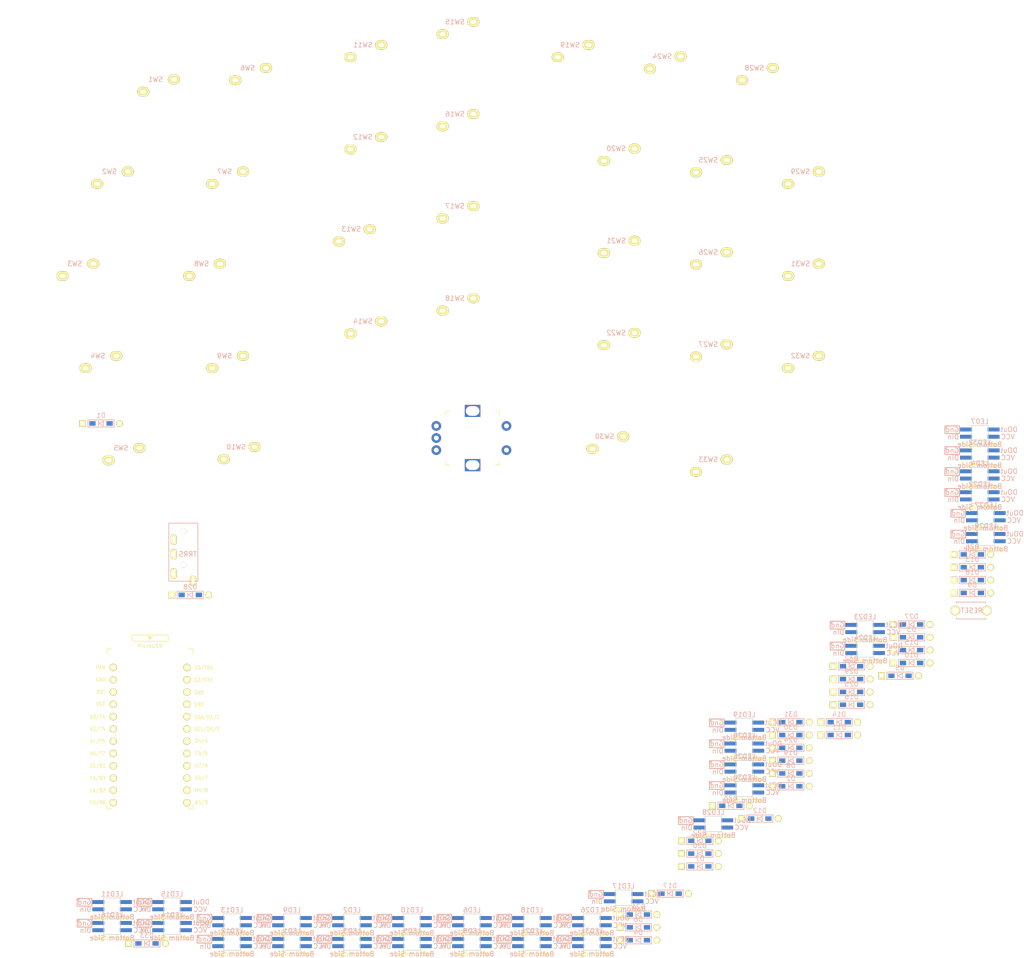
<source format=kicad_pcb>
(kicad_pcb (version 20171130) (host pcbnew "(5.1.10)-1")
  (layers (0 F.Cu signal) (31 B.Cu signal) (34 B.Paste user) (35 F.Paste user) (36 B.SilkS user) (37 F.SilkS user) (38 B.Mask user) (39 F.Mask user) (44 Edge.Cuts user))
  (net 0 "")
  (net 1 "Net-(D1-Pad2)")
  (net 2 Row0)
  (net 3 "Net-(D2-Pad2)")
  (net 4 Row1)
  (net 5 "Net-(D3-Pad2)")
  (net 6 Row2)
  (net 7 "Net-(D4-Pad2)")
  (net 8 Row3)
  (net 9 "Net-(D5-Pad2)")
  (net 10 Row4)
  (net 11 "Net-(D6-Pad2)")
  (net 12 "Net-(D7-Pad2)")
  (net 13 "Net-(D8-Pad2)")
  (net 14 "Net-(D9-Pad2)")
  (net 15 "Net-(D10-Pad2)")
  (net 16 "Net-(D11-Pad2)")
  (net 17 "Net-(D12-Pad2)")
  (net 18 "Net-(D13-Pad2)")
  (net 19 "Net-(D14-Pad2)")
  (net 20 "Net-(D15-Pad2)")
  (net 21 "Net-(D16-Pad2)")
  (net 22 "Net-(D17-Pad2)")
  (net 23 "Net-(D18-Pad2)")
  (net 24 "Net-(D19-Pad2)")
  (net 25 "Net-(D20-Pad2)")
  (net 26 "Net-(D21-Pad2)")
  (net 27 "Net-(D22-Pad2)")
  (net 28 "Net-(D23-Pad2)")
  (net 29 "Net-(D24-Pad2)")
  (net 30 "Net-(D25-Pad2)")
  (net 31 "Net-(D26-Pad2)")
  (net 32 "Net-(D27-Pad2)")
  (net 33 "Net-(D28-Pad2)")
  (net 34 "Net-(D29-Pad2)")
  (net 35 "Net-(D30-Pad2)")
  (net 36 "Net-(D31-Pad2)")
  (net 37 "Net-(D32-Pad2)")
  (net 38 "Net-(D33-Pad2)")
  (net 39 GND)
  (net 40 Data)
  (net 41 "Net-(J1-PadA)")
  (net 42 VCC)
  (net 43 "Net-(LED1-Pad1)")
  (net 44 LED)
  (net 45 "Net-(LED2-Pad1)")
  (net 46 "Net-(LED3-Pad1)")
  (net 47 "Net-(LED4-Pad1)")
  (net 48 "Net-(LED5-Pad1)")
  (net 49 "Net-(LED6-Pad1)")
  (net 50 "Net-(LED7-Pad1)")
  (net 51 "Net-(LED8-Pad1)")
  (net 52 "Net-(LED10-Pad3)")
  (net 53 "Net-(LED10-Pad1)")
  (net 54 "Net-(LED11-Pad1)")
  (net 55 "Net-(LED12-Pad1)")
  (net 56 "Net-(LED13-Pad1)")
  (net 57 "Net-(LED14-Pad1)")
  (net 58 "Net-(LED15-Pad1)")
  (net 59 "Net-(LED16-Pad1)")
  (net 60 "Net-(LED17-Pad1)")
  (net 61 "Net-(LED18-Pad1)")
  (net 62 "Net-(LED19-Pad1)")
  (net 63 "Net-(LED20-Pad1)")
  (net 64 "Net-(LED21-Pad1)")
  (net 65 "Net-(LED22-Pad1)")
  (net 66 "Net-(LED23-Pad1)")
  (net 67 "Net-(LED24-Pad1)")
  (net 68 "Net-(LED25-Pad1)")
  (net 69 "Net-(LED26-Pad1)")
  (net 70 "Net-(LED27-Pad1)")
  (net 71 "Net-(LED28-Pad1)")
  (net 72 "Net-(LED29-Pad1)")
  (net 73 "Net-(LED30-Pad1)")
  (net 74 "Net-(LED31-Pad1)")
  (net 75 "Net-(LED32-Pad1)")
  (net 76 Col0)
  (net 77 Col1)
  (net 78 Col2)
  (net 79 Col3)
  (net 80 Col4)
  (net 81 RotaryB)
  (net 82 RotaryA)
  (net 83 Col5)
  (net 84 Col6)
  (net 85 Reset)
  (net 86 "Net-(U1-Pad24)")
  (net 87 "Net-(U1-Pad12)")
  (module kbd:ProMicro_v3.5 (layer F.Cu) (at 57.15 161.925)
    (fp_text reference U1 hide)
    (fp_text value ProMicro hide)
    (fp_text user "" (at -1.2515 -16.256) (layer B.SilkS) (effects (justify mirror)))
    (fp_text user "" (at -0.545 -17.4) (layer F.SilkS))
    (fp_text user RAW (at -10.195 -14.5 unlocked) (layer F.SilkS) (effects (font (size 0.75 0.67) (thickness 0.125))))
    (fp_text user GND (at -10.195 -11.95 unlocked) (layer F.SilkS) (effects (font (size 0.75 0.67) (thickness 0.125))))
    (fp_text user RST (at -10.195 -9.4 unlocked) (layer F.SilkS) (effects (font (size 0.75 0.67) (thickness 0.125))))
    (fp_text user VCC (at -10.195 -6.95 unlocked) (layer F.SilkS) (effects (font (size 0.75 0.67) (thickness 0.125))))
    (fp_text user A3/F4 (at -10.845 -4.25 unlocked) (layer F.SilkS) (effects (font (size 0.75 0.67) (thickness 0.125))))
    (fp_text user A2/F5 (at -10.845 -1.75 unlocked) (layer F.SilkS) (effects (font (size 0.75 0.67) (thickness 0.125))))
    (fp_text user A1/F6 (at -10.845 0.75 unlocked) (layer F.SilkS) (effects (font (size 0.75 0.67) (thickness 0.125))))
    (fp_text user A0/F7 (at -10.845 3.3 unlocked) (layer F.SilkS) (effects (font (size 0.75 0.67) (thickness 0.125))))
    (fp_text user 15/B1 (at -10.845 5.85 unlocked) (layer F.SilkS) (effects (font (size 0.75 0.67) (thickness 0.125))))
    (fp_text user 14/B3 (at -10.845 8.4 unlocked) (layer F.SilkS) (effects (font (size 0.75 0.67) (thickness 0.125))))
    (fp_text user 10/B6 (at -10.845 13.45 unlocked) (layer F.SilkS) (effects (font (size 0.75 0.67) (thickness 0.125))))
    (fp_text user 16/B2 (at -10.845 10.95 unlocked) (layer F.SilkS) (effects (font (size 0.75 0.67) (thickness 0.125))))
    (fp_text user E6/7 (at 10.605 8.35 unlocked) (layer F.SilkS) (effects (font (size 0.75 0.67) (thickness 0.125))))
    (fp_text user D7/6 (at 10.605 5.8 unlocked) (layer F.SilkS) (effects (font (size 0.75 0.67) (thickness 0.125))))
    (fp_text user GND (at 10.105 -9.3 unlocked) (layer F.SilkS) (effects (font (size 0.75 0.67) (thickness 0.125))))
    (fp_text user GND (at 10.105 -6.85 unlocked) (layer F.SilkS) (effects (font (size 0.75 0.67) (thickness 0.125))))
    (fp_text user D3/TX0 (at 11.055 -14.45 unlocked) (layer F.SilkS) (effects (font (size 0.75 0.67) (thickness 0.125))))
    (fp_text user D4/4 (at 10.605 0.7 unlocked) (layer F.SilkS) (effects (font (size 0.75 0.67) (thickness 0.125))))
    (fp_text user SDA/D1/2 (at 11.755 -4.2 unlocked) (layer F.SilkS) (effects (font (size 0.75 0.67) (thickness 0.125))))
    (fp_text user SCL/D0/3 (at 11.755 -1.7 unlocked) (layer F.SilkS) (effects (font (size 0.75 0.67) (thickness 0.125))))
    (fp_text user C6/5 (at 10.605 3.25 unlocked) (layer F.SilkS) (effects (font (size 0.75 0.67) (thickness 0.125))))
    (fp_text user B5/9 (at 10.605 13.4 unlocked) (layer F.SilkS) (effects (font (size 0.75 0.67) (thickness 0.125))))
    (fp_text user D2/RX1 (at 11.055 -11.9 unlocked) (layer F.SilkS) (effects (font (size 0.75 0.67) (thickness 0.125))))
    (fp_text user B4/8 (at 10.605 10.9 unlocked) (layer F.SilkS) (effects (font (size 0.75 0.67) (thickness 0.125))))
    (fp_text user MicroUSB (at -0.05 -18.95) (layer F.SilkS) (effects (font (size 0.75 0.75) (thickness 0.12))))
    (pad 24 thru_hole circle (at -7.6086 -14.478) (size 1.524 1.524) (drill 0.8128) (layers *.Cu F.SilkS B.Mask) (net 86 "Net-(U1-Pad24)"))
    (pad 23 thru_hole circle (at -7.6086 -11.938) (size 1.524 1.524) (drill 0.8128) (layers *.Cu F.SilkS B.Mask) (net 39 GND))
    (pad 22 thru_hole circle (at -7.6086 -9.398) (size 1.524 1.524) (drill 0.8128) (layers *.Cu F.SilkS B.Mask) (net 85 Reset))
    (pad 21 thru_hole circle (at -7.6086 -6.858) (size 1.524 1.524) (drill 0.8128) (layers *.Cu F.SilkS B.Mask) (net 42 VCC))
    (pad 20 thru_hole circle (at -7.6086 -4.318) (size 1.524 1.524) (drill 0.8128) (layers *.Cu F.SilkS B.Mask) (net 76 Col0))
    (pad 19 thru_hole circle (at -7.6086 -1.778) (size 1.524 1.524) (drill 0.8128) (layers *.Cu F.SilkS B.Mask) (net 77 Col1))
    (pad 18 thru_hole circle (at -7.6086 0.762) (size 1.524 1.524) (drill 0.8128) (layers *.Cu F.SilkS B.Mask) (net 78 Col2))
    (pad 17 thru_hole circle (at -7.6086 3.302) (size 1.524 1.524) (drill 0.8128) (layers *.Cu F.SilkS B.Mask) (net 79 Col3))
    (pad 16 thru_hole circle (at -7.6086 5.842) (size 1.524 1.524) (drill 0.8128) (layers *.Cu F.SilkS B.Mask) (net 80 Col4))
    (pad 15 thru_hole circle (at -7.6086 8.382) (size 1.524 1.524) (drill 0.8128) (layers *.Cu F.SilkS B.Mask) (net 83 Col5))
    (pad 14 thru_hole circle (at -7.6086 10.922) (size 1.524 1.524) (drill 0.8128) (layers *.Cu F.SilkS B.Mask) (net 84 Col6))
    (pad 13 thru_hole circle (at -7.6086 13.462) (size 1.524 1.524) (drill 0.8128) (layers *.Cu F.SilkS B.Mask) (net 42 VCC))
    (pad 12 thru_hole circle (at 7.6114 13.462) (size 1.524 1.524) (drill 0.8128) (layers *.Cu F.SilkS B.Mask) (net 87 "Net-(U1-Pad12)"))
    (pad 11 thru_hole circle (at 7.6114 10.922) (size 1.524 1.524) (drill 0.8128) (layers *.Cu F.SilkS B.Mask) (net 10 Row4))
    (pad 10 thru_hole circle (at 7.6114 8.382) (size 1.524 1.524) (drill 0.8128) (layers *.Cu F.SilkS B.Mask) (net 8 Row3))
    (pad 9 thru_hole circle (at 7.6114 5.842) (size 1.524 1.524) (drill 0.8128) (layers *.Cu F.SilkS B.Mask) (net 6 Row2))
    (pad 8 thru_hole circle (at 7.6114 3.302) (size 1.524 1.524) (drill 0.8128) (layers *.Cu F.SilkS B.Mask) (net 4 Row1))
    (pad 7 thru_hole circle (at 7.6114 0.762) (size 1.524 1.524) (drill 0.8128) (layers *.Cu F.SilkS B.Mask) (net 2 Row0))
    (pad 6 thru_hole circle (at 7.6114 -1.778) (size 1.524 1.524) (drill 0.8128) (layers *.Cu F.SilkS B.Mask) (net 81 RotaryB))
    (pad 5 thru_hole circle (at 7.6114 -4.318) (size 1.524 1.524) (drill 0.8128) (layers *.Cu F.SilkS B.Mask) (net 82 RotaryA))
    (pad 4 thru_hole circle (at 7.6114 -6.858) (size 1.524 1.524) (drill 0.8128) (layers *.Cu F.SilkS B.Mask) (net 39 GND))
    (pad 3 thru_hole circle (at 7.6114 -9.398) (size 1.524 1.524) (drill 0.8128) (layers *.Cu F.SilkS B.Mask) (net 39 GND))
    (pad 2 thru_hole circle (at 7.6114 -11.938) (size 1.524 1.524) (drill 0.8128) (layers *.Cu F.SilkS B.Mask) (net 40 Data))
    (pad 1 thru_hole circle (at 7.6114 -14.478) (size 1.524 1.524) (drill 0.8128) (layers *.Cu F.SilkS B.Mask) (net 44 LED))
  )
  (module kbd_Parts:ResetSW (layer F.Cu) (at 226.8815 135.68)
    (fp_text reference SW34 hide)
    (fp_text value SW_PUSH)
    (fp_text user RESET (at 0.127 0) (layer B.SilkS) (effects (justify mirror)))
    (pad 2 thru_hole circle (at -3.25 0) (size 2 2) (drill 1.3) (layers *.Cu *.Mask F.SilkS) (net 39 GND))
    (pad 1 thru_hole circle (at 3.25 0) (size 2 2) (drill 1.3) (layers *.Cu *.Mask F.SilkS) (net 85 Reset))
  )
  (module kbd_SW:CherryMX_1.25u_solder (layer F.Cu) (at 173.83125 109.5375)
    (fp_text reference SW33 (at -1.27 -5.08 180) (layer B.SilkS) (effects (justify mirror)))
    (fp_text value SW_PUSH hide)
    (pad "" np_thru_hole circle (at 0 0 90) (size 4 4) (drill 4) (layers *.Cu *.Mask))
    (pad "" np_thru_hole circle (at -5.08 0 90) (size 1.9 1.9) (drill 1.9) (layers *.Cu *.Mask))
    (pad "" np_thru_hole circle (at 5.08 0 90) (size 1.9 1.9) (drill 1.9) (layers *.Cu *.Mask))
    (pad 2 thru_hole oval (at 2.54 -5.08) (size 2.5 2) (drill oval 1.2 0.8) (layers *.Cu F.SilkS B.Mask) (net 38 "Net-(D33-Pad2)"))
    (pad 1 thru_hole oval (at -3.81 -2.54) (size 2.5 2) (drill oval 1.2 0.8) (layers *.Cu F.SilkS B.Mask) (net 84 Col6))
  )
  (module kbd_SW:CherryMX_1u_solder (layer F.Cu) (at 192.88125 88.10625)
    (fp_text reference SW32 (at -1.27 -5.08 180) (layer B.SilkS) (effects (justify mirror)))
    (fp_text value SW_PUSH hide)
    (pad "" np_thru_hole circle (at 0 0 90) (size 4 4) (drill 4) (layers *.Cu *.Mask))
    (pad "" np_thru_hole circle (at -5.08 0 90) (size 1.9 1.9) (drill 1.9) (layers *.Cu *.Mask))
    (pad "" np_thru_hole circle (at 5.08 0 90) (size 1.9 1.9) (drill 1.9) (layers *.Cu *.Mask))
    (pad 2 thru_hole oval (at 2.54 -5.08) (size 2.5 2) (drill oval 1.2 0.8) (layers *.Cu F.SilkS B.Mask) (net 37 "Net-(D32-Pad2)"))
    (pad 1 thru_hole oval (at -3.81 -2.54) (size 2.5 2) (drill oval 1.2 0.8) (layers *.Cu F.SilkS B.Mask) (net 84 Col6))
  )
  (module kbd_SW:CherryMX_1u_solder (layer F.Cu) (at 192.88125 69.05625)
    (fp_text reference SW31 (at -1.27 -5.08 180) (layer B.SilkS) (effects (justify mirror)))
    (fp_text value SW_PUSH hide)
    (pad "" np_thru_hole circle (at 0 0 90) (size 4 4) (drill 4) (layers *.Cu *.Mask))
    (pad "" np_thru_hole circle (at -5.08 0 90) (size 1.9 1.9) (drill 1.9) (layers *.Cu *.Mask))
    (pad "" np_thru_hole circle (at 5.08 0 90) (size 1.9 1.9) (drill 1.9) (layers *.Cu *.Mask))
    (pad 2 thru_hole oval (at 2.54 -5.08) (size 2.5 2) (drill oval 1.2 0.8) (layers *.Cu F.SilkS B.Mask) (net 36 "Net-(D31-Pad2)"))
    (pad 1 thru_hole oval (at -3.81 -2.54) (size 2.5 2) (drill oval 1.2 0.8) (layers *.Cu F.SilkS B.Mask) (net 84 Col6))
  )
  (module kbd_SW:CherryMX_1u_solder (layer F.Cu) (at 152.4 104.775)
    (fp_text reference SW30 (at -1.27 -5.08 180) (layer B.SilkS) (effects (justify mirror)))
    (fp_text value SW_PUSH hide)
    (pad "" np_thru_hole circle (at 0 0 90) (size 4 4) (drill 4) (layers *.Cu *.Mask))
    (pad "" np_thru_hole circle (at -5.08 0 90) (size 1.9 1.9) (drill 1.9) (layers *.Cu *.Mask))
    (pad "" np_thru_hole circle (at 5.08 0 90) (size 1.9 1.9) (drill 1.9) (layers *.Cu *.Mask))
    (pad 2 thru_hole oval (at 2.54 -5.08) (size 2.5 2) (drill oval 1.2 0.8) (layers *.Cu F.SilkS B.Mask) (net 35 "Net-(D30-Pad2)"))
    (pad 1 thru_hole oval (at -3.81 -2.54) (size 2.5 2) (drill oval 1.2 0.8) (layers *.Cu F.SilkS B.Mask) (net 84 Col6))
  )
  (module kbd_SW:CherryMX_1u_solder (layer F.Cu) (at 192.88125 50.00625)
    (fp_text reference SW29 (at -1.27 -5.08 180) (layer B.SilkS) (effects (justify mirror)))
    (fp_text value SW_PUSH hide)
    (pad "" np_thru_hole circle (at 0 0 90) (size 4 4) (drill 4) (layers *.Cu *.Mask))
    (pad "" np_thru_hole circle (at -5.08 0 90) (size 1.9 1.9) (drill 1.9) (layers *.Cu *.Mask))
    (pad "" np_thru_hole circle (at 5.08 0 90) (size 1.9 1.9) (drill 1.9) (layers *.Cu *.Mask))
    (pad 2 thru_hole oval (at 2.54 -5.08) (size 2.5 2) (drill oval 1.2 0.8) (layers *.Cu F.SilkS B.Mask) (net 34 "Net-(D29-Pad2)"))
    (pad 1 thru_hole oval (at -3.81 -2.54) (size 2.5 2) (drill oval 1.2 0.8) (layers *.Cu F.SilkS B.Mask) (net 84 Col6))
  )
  (module kbd_SW:CherryMX_1u_solder (layer F.Cu) (at 183.35625 28.575)
    (fp_text reference SW28 (at -1.27 -5.08 180) (layer B.SilkS) (effects (justify mirror)))
    (fp_text value SW_PUSH hide)
    (pad "" np_thru_hole circle (at 0 0 90) (size 4 4) (drill 4) (layers *.Cu *.Mask))
    (pad "" np_thru_hole circle (at -5.08 0 90) (size 1.9 1.9) (drill 1.9) (layers *.Cu *.Mask))
    (pad "" np_thru_hole circle (at 5.08 0 90) (size 1.9 1.9) (drill 1.9) (layers *.Cu *.Mask))
    (pad 2 thru_hole oval (at 2.54 -5.08) (size 2.5 2) (drill oval 1.2 0.8) (layers *.Cu F.SilkS B.Mask) (net 33 "Net-(D28-Pad2)"))
    (pad 1 thru_hole oval (at -3.81 -2.54) (size 2.5 2) (drill oval 1.2 0.8) (layers *.Cu F.SilkS B.Mask) (net 83 Col5))
  )
  (module kbd_SW:CherryMX_1u_solder (layer F.Cu) (at 173.83125 85.725)
    (fp_text reference SW27 (at -1.27 -5.08 180) (layer B.SilkS) (effects (justify mirror)))
    (fp_text value SW_PUSH hide)
    (pad "" np_thru_hole circle (at 0 0 90) (size 4 4) (drill 4) (layers *.Cu *.Mask))
    (pad "" np_thru_hole circle (at -5.08 0 90) (size 1.9 1.9) (drill 1.9) (layers *.Cu *.Mask))
    (pad "" np_thru_hole circle (at 5.08 0 90) (size 1.9 1.9) (drill 1.9) (layers *.Cu *.Mask))
    (pad 2 thru_hole oval (at 2.54 -5.08) (size 2.5 2) (drill oval 1.2 0.8) (layers *.Cu F.SilkS B.Mask) (net 32 "Net-(D27-Pad2)"))
    (pad 1 thru_hole oval (at -3.81 -2.54) (size 2.5 2) (drill oval 1.2 0.8) (layers *.Cu F.SilkS B.Mask) (net 83 Col5))
  )
  (module kbd_SW:CherryMX_1u_solder (layer F.Cu) (at 173.83125 66.675)
    (fp_text reference SW26 (at -1.27 -5.08 180) (layer B.SilkS) (effects (justify mirror)))
    (fp_text value SW_PUSH hide)
    (pad "" np_thru_hole circle (at 0 0 90) (size 4 4) (drill 4) (layers *.Cu *.Mask))
    (pad "" np_thru_hole circle (at -5.08 0 90) (size 1.9 1.9) (drill 1.9) (layers *.Cu *.Mask))
    (pad "" np_thru_hole circle (at 5.08 0 90) (size 1.9 1.9) (drill 1.9) (layers *.Cu *.Mask))
    (pad 2 thru_hole oval (at 2.54 -5.08) (size 2.5 2) (drill oval 1.2 0.8) (layers *.Cu F.SilkS B.Mask) (net 31 "Net-(D26-Pad2)"))
    (pad 1 thru_hole oval (at -3.81 -2.54) (size 2.5 2) (drill oval 1.2 0.8) (layers *.Cu F.SilkS B.Mask) (net 83 Col5))
  )
  (module kbd_SW:CherryMX_1u_solder (layer F.Cu) (at 173.83125 47.625)
    (fp_text reference SW25 (at -1.27 -5.08 180) (layer B.SilkS) (effects (justify mirror)))
    (fp_text value SW_PUSH hide)
    (pad "" np_thru_hole circle (at 0 0 90) (size 4 4) (drill 4) (layers *.Cu *.Mask))
    (pad "" np_thru_hole circle (at -5.08 0 90) (size 1.9 1.9) (drill 1.9) (layers *.Cu *.Mask))
    (pad "" np_thru_hole circle (at 5.08 0 90) (size 1.9 1.9) (drill 1.9) (layers *.Cu *.Mask))
    (pad 2 thru_hole oval (at 2.54 -5.08) (size 2.5 2) (drill oval 1.2 0.8) (layers *.Cu F.SilkS B.Mask) (net 30 "Net-(D25-Pad2)"))
    (pad 1 thru_hole oval (at -3.81 -2.54) (size 2.5 2) (drill oval 1.2 0.8) (layers *.Cu F.SilkS B.Mask) (net 83 Col5))
  )
  (module kbd_SW:CherryMX_1u_solder (layer F.Cu) (at 164.30625 26.19375)
    (fp_text reference SW24 (at -1.27 -5.08 180) (layer B.SilkS) (effects (justify mirror)))
    (fp_text value SW_PUSH hide)
    (pad "" np_thru_hole circle (at 0 0 90) (size 4 4) (drill 4) (layers *.Cu *.Mask))
    (pad "" np_thru_hole circle (at -5.08 0 90) (size 1.9 1.9) (drill 1.9) (layers *.Cu *.Mask))
    (pad "" np_thru_hole circle (at 5.08 0 90) (size 1.9 1.9) (drill 1.9) (layers *.Cu *.Mask))
    (pad 2 thru_hole oval (at 2.54 -5.08) (size 2.5 2) (drill oval 1.2 0.8) (layers *.Cu F.SilkS B.Mask) (net 29 "Net-(D24-Pad2)"))
    (pad 1 thru_hole oval (at -3.81 -2.54) (size 2.5 2) (drill oval 1.2 0.8) (layers *.Cu F.SilkS B.Mask) (net 83 Col5))
  )
  (module kbd_Parts:RotaryEncoder_EC12E (layer F.Cu) (at 123.825 100.0125)
    (fp_text reference SW23)
    (fp_text value Rotary_Encoder_Switch)
    (pad S1 thru_hole circle (at 7 2.5) (size 2 2) (drill 1) (layers *.Cu *.Mask) (net 28 "Net-(D23-Pad2)"))
    (pad S2 thru_hole circle (at 7 -2.5) (size 2 2) (drill 1) (layers *.Cu *.Mask) (net 80 Col4))
    (pad MP thru_hole rect (at 0 5.6) (size 3.2 2.5) (drill oval 2.8 2) (layers *.Cu *.Mask))
    (pad MP thru_hole rect (at 0 -5.6) (size 3.2 2.5) (drill oval 2.8 2) (layers *.Cu *.Mask))
    (pad B thru_hole circle (at -7.5 2.5) (size 2 2) (drill 1) (layers *.Cu *.Mask) (net 81 RotaryB))
    (pad C thru_hole circle (at -7.5 0) (size 2 2) (drill 1) (layers *.Cu *.Mask) (net 39 GND))
    (pad A thru_hole circle (at -7.5 -2.5) (size 2 2) (drill 1) (layers *.Cu *.Mask) (net 82 RotaryA))
  )
  (module kbd_SW:CherryMX_1u_solder (layer F.Cu) (at 154.78125 83.34375)
    (fp_text reference SW22 (at -1.27 -5.08 180) (layer B.SilkS) (effects (justify mirror)))
    (fp_text value SW_PUSH hide)
    (pad "" np_thru_hole circle (at 0 0 90) (size 4 4) (drill 4) (layers *.Cu *.Mask))
    (pad "" np_thru_hole circle (at -5.08 0 90) (size 1.9 1.9) (drill 1.9) (layers *.Cu *.Mask))
    (pad "" np_thru_hole circle (at 5.08 0 90) (size 1.9 1.9) (drill 1.9) (layers *.Cu *.Mask))
    (pad 2 thru_hole oval (at 2.54 -5.08) (size 2.5 2) (drill oval 1.2 0.8) (layers *.Cu F.SilkS B.Mask) (net 27 "Net-(D22-Pad2)"))
    (pad 1 thru_hole oval (at -3.81 -2.54) (size 2.5 2) (drill oval 1.2 0.8) (layers *.Cu F.SilkS B.Mask) (net 80 Col4))
  )
  (module kbd_SW:CherryMX_1u_solder (layer F.Cu) (at 154.78125 64.29375)
    (fp_text reference SW21 (at -1.27 -5.08 180) (layer B.SilkS) (effects (justify mirror)))
    (fp_text value SW_PUSH hide)
    (pad "" np_thru_hole circle (at 0 0 90) (size 4 4) (drill 4) (layers *.Cu *.Mask))
    (pad "" np_thru_hole circle (at -5.08 0 90) (size 1.9 1.9) (drill 1.9) (layers *.Cu *.Mask))
    (pad "" np_thru_hole circle (at 5.08 0 90) (size 1.9 1.9) (drill 1.9) (layers *.Cu *.Mask))
    (pad 2 thru_hole oval (at 2.54 -5.08) (size 2.5 2) (drill oval 1.2 0.8) (layers *.Cu F.SilkS B.Mask) (net 26 "Net-(D21-Pad2)"))
    (pad 1 thru_hole oval (at -3.81 -2.54) (size 2.5 2) (drill oval 1.2 0.8) (layers *.Cu F.SilkS B.Mask) (net 80 Col4))
  )
  (module kbd_SW:CherryMX_1u_solder (layer F.Cu) (at 154.78125 45.24375)
    (fp_text reference SW20 (at -1.27 -5.08 180) (layer B.SilkS) (effects (justify mirror)))
    (fp_text value SW_PUSH hide)
    (pad "" np_thru_hole circle (at 0 0 90) (size 4 4) (drill 4) (layers *.Cu *.Mask))
    (pad "" np_thru_hole circle (at -5.08 0 90) (size 1.9 1.9) (drill 1.9) (layers *.Cu *.Mask))
    (pad "" np_thru_hole circle (at 5.08 0 90) (size 1.9 1.9) (drill 1.9) (layers *.Cu *.Mask))
    (pad 2 thru_hole oval (at 2.54 -5.08) (size 2.5 2) (drill oval 1.2 0.8) (layers *.Cu F.SilkS B.Mask) (net 25 "Net-(D20-Pad2)"))
    (pad 1 thru_hole oval (at -3.81 -2.54) (size 2.5 2) (drill oval 1.2 0.8) (layers *.Cu F.SilkS B.Mask) (net 80 Col4))
  )
  (module kbd_SW:CherryMX_1u_solder (layer F.Cu) (at 145.25625 23.8125)
    (fp_text reference SW19 (at -1.27 -5.08 180) (layer B.SilkS) (effects (justify mirror)))
    (fp_text value SW_PUSH hide)
    (pad "" np_thru_hole circle (at 0 0 90) (size 4 4) (drill 4) (layers *.Cu *.Mask))
    (pad "" np_thru_hole circle (at -5.08 0 90) (size 1.9 1.9) (drill 1.9) (layers *.Cu *.Mask))
    (pad "" np_thru_hole circle (at 5.08 0 90) (size 1.9 1.9) (drill 1.9) (layers *.Cu *.Mask))
    (pad 2 thru_hole oval (at 2.54 -5.08) (size 2.5 2) (drill oval 1.2 0.8) (layers *.Cu F.SilkS B.Mask) (net 24 "Net-(D19-Pad2)"))
    (pad 1 thru_hole oval (at -3.81 -2.54) (size 2.5 2) (drill oval 1.2 0.8) (layers *.Cu F.SilkS B.Mask) (net 80 Col4))
  )
  (module kbd_SW:CherryMX_1u_solder (layer F.Cu) (at 121.44375 76.2)
    (fp_text reference SW18 (at -1.27 -5.08 180) (layer B.SilkS) (effects (justify mirror)))
    (fp_text value SW_PUSH hide)
    (pad "" np_thru_hole circle (at 0 0 90) (size 4 4) (drill 4) (layers *.Cu *.Mask))
    (pad "" np_thru_hole circle (at -5.08 0 90) (size 1.9 1.9) (drill 1.9) (layers *.Cu *.Mask))
    (pad "" np_thru_hole circle (at 5.08 0 90) (size 1.9 1.9) (drill 1.9) (layers *.Cu *.Mask))
    (pad 2 thru_hole oval (at 2.54 -5.08) (size 2.5 2) (drill oval 1.2 0.8) (layers *.Cu F.SilkS B.Mask) (net 23 "Net-(D18-Pad2)"))
    (pad 1 thru_hole oval (at -3.81 -2.54) (size 2.5 2) (drill oval 1.2 0.8) (layers *.Cu F.SilkS B.Mask) (net 79 Col3))
  )
  (module kbd_SW:CherryMX_1u_solder (layer F.Cu) (at 121.44375 57.15)
    (fp_text reference SW17 (at -1.27 -5.08 180) (layer B.SilkS) (effects (justify mirror)))
    (fp_text value SW_PUSH hide)
    (pad "" np_thru_hole circle (at 0 0 90) (size 4 4) (drill 4) (layers *.Cu *.Mask))
    (pad "" np_thru_hole circle (at -5.08 0 90) (size 1.9 1.9) (drill 1.9) (layers *.Cu *.Mask))
    (pad "" np_thru_hole circle (at 5.08 0 90) (size 1.9 1.9) (drill 1.9) (layers *.Cu *.Mask))
    (pad 2 thru_hole oval (at 2.54 -5.08) (size 2.5 2) (drill oval 1.2 0.8) (layers *.Cu F.SilkS B.Mask) (net 22 "Net-(D17-Pad2)"))
    (pad 1 thru_hole oval (at -3.81 -2.54) (size 2.5 2) (drill oval 1.2 0.8) (layers *.Cu F.SilkS B.Mask) (net 79 Col3))
  )
  (module kbd_SW:CherryMX_1u_solder (layer F.Cu) (at 121.44375 38.1)
    (fp_text reference SW16 (at -1.27 -5.08 180) (layer B.SilkS) (effects (justify mirror)))
    (fp_text value SW_PUSH hide)
    (pad "" np_thru_hole circle (at 0 0 90) (size 4 4) (drill 4) (layers *.Cu *.Mask))
    (pad "" np_thru_hole circle (at -5.08 0 90) (size 1.9 1.9) (drill 1.9) (layers *.Cu *.Mask))
    (pad "" np_thru_hole circle (at 5.08 0 90) (size 1.9 1.9) (drill 1.9) (layers *.Cu *.Mask))
    (pad 2 thru_hole oval (at 2.54 -5.08) (size 2.5 2) (drill oval 1.2 0.8) (layers *.Cu F.SilkS B.Mask) (net 21 "Net-(D16-Pad2)"))
    (pad 1 thru_hole oval (at -3.81 -2.54) (size 2.5 2) (drill oval 1.2 0.8) (layers *.Cu F.SilkS B.Mask) (net 79 Col3))
  )
  (module kbd_SW:CherryMX_1u_solder (layer F.Cu) (at 121.44375 19.05)
    (fp_text reference SW15 (at -1.27 -5.08 180) (layer B.SilkS) (effects (justify mirror)))
    (fp_text value SW_PUSH hide)
    (pad "" np_thru_hole circle (at 0 0 90) (size 4 4) (drill 4) (layers *.Cu *.Mask))
    (pad "" np_thru_hole circle (at -5.08 0 90) (size 1.9 1.9) (drill 1.9) (layers *.Cu *.Mask))
    (pad "" np_thru_hole circle (at 5.08 0 90) (size 1.9 1.9) (drill 1.9) (layers *.Cu *.Mask))
    (pad 2 thru_hole oval (at 2.54 -5.08) (size 2.5 2) (drill oval 1.2 0.8) (layers *.Cu F.SilkS B.Mask) (net 20 "Net-(D15-Pad2)"))
    (pad 1 thru_hole oval (at -3.81 -2.54) (size 2.5 2) (drill oval 1.2 0.8) (layers *.Cu F.SilkS B.Mask) (net 79 Col3))
  )
  (module kbd_SW:CherryMX_1u_solder (layer F.Cu) (at 102.39375 80.9625)
    (fp_text reference SW14 (at -1.27 -5.08 180) (layer B.SilkS) (effects (justify mirror)))
    (fp_text value SW_PUSH hide)
    (pad "" np_thru_hole circle (at 0 0 90) (size 4 4) (drill 4) (layers *.Cu *.Mask))
    (pad "" np_thru_hole circle (at -5.08 0 90) (size 1.9 1.9) (drill 1.9) (layers *.Cu *.Mask))
    (pad "" np_thru_hole circle (at 5.08 0 90) (size 1.9 1.9) (drill 1.9) (layers *.Cu *.Mask))
    (pad 2 thru_hole oval (at 2.54 -5.08) (size 2.5 2) (drill oval 1.2 0.8) (layers *.Cu F.SilkS B.Mask) (net 19 "Net-(D14-Pad2)"))
    (pad 1 thru_hole oval (at -3.81 -2.54) (size 2.5 2) (drill oval 1.2 0.8) (layers *.Cu F.SilkS B.Mask) (net 78 Col2))
  )
  (module kbd_SW:CherryMX_1u_solder (layer F.Cu) (at 100.0125 61.9125)
    (fp_text reference SW13 (at -1.27 -5.08 180) (layer B.SilkS) (effects (justify mirror)))
    (fp_text value SW_PUSH hide)
    (pad "" np_thru_hole circle (at 0 0 90) (size 4 4) (drill 4) (layers *.Cu *.Mask))
    (pad "" np_thru_hole circle (at -5.08 0 90) (size 1.9 1.9) (drill 1.9) (layers *.Cu *.Mask))
    (pad "" np_thru_hole circle (at 5.08 0 90) (size 1.9 1.9) (drill 1.9) (layers *.Cu *.Mask))
    (pad 2 thru_hole oval (at 2.54 -5.08) (size 2.5 2) (drill oval 1.2 0.8) (layers *.Cu F.SilkS B.Mask) (net 18 "Net-(D13-Pad2)"))
    (pad 1 thru_hole oval (at -3.81 -2.54) (size 2.5 2) (drill oval 1.2 0.8) (layers *.Cu F.SilkS B.Mask) (net 78 Col2))
  )
  (module kbd_SW:CherryMX_1u_solder (layer F.Cu) (at 102.39375 42.8625)
    (fp_text reference SW12 (at -1.27 -5.08 180) (layer B.SilkS) (effects (justify mirror)))
    (fp_text value SW_PUSH hide)
    (pad "" np_thru_hole circle (at 0 0 90) (size 4 4) (drill 4) (layers *.Cu *.Mask))
    (pad "" np_thru_hole circle (at -5.08 0 90) (size 1.9 1.9) (drill 1.9) (layers *.Cu *.Mask))
    (pad "" np_thru_hole circle (at 5.08 0 90) (size 1.9 1.9) (drill 1.9) (layers *.Cu *.Mask))
    (pad 2 thru_hole oval (at 2.54 -5.08) (size 2.5 2) (drill oval 1.2 0.8) (layers *.Cu F.SilkS B.Mask) (net 17 "Net-(D12-Pad2)"))
    (pad 1 thru_hole oval (at -3.81 -2.54) (size 2.5 2) (drill oval 1.2 0.8) (layers *.Cu F.SilkS B.Mask) (net 78 Col2))
  )
  (module kbd_SW:CherryMX_1u_solder (layer F.Cu) (at 102.39375 23.8125)
    (fp_text reference SW11 (at -1.27 -5.08 180) (layer B.SilkS) (effects (justify mirror)))
    (fp_text value SW_PUSH hide)
    (pad "" np_thru_hole circle (at 0 0 90) (size 4 4) (drill 4) (layers *.Cu *.Mask))
    (pad "" np_thru_hole circle (at -5.08 0 90) (size 1.9 1.9) (drill 1.9) (layers *.Cu *.Mask))
    (pad "" np_thru_hole circle (at 5.08 0 90) (size 1.9 1.9) (drill 1.9) (layers *.Cu *.Mask))
    (pad 2 thru_hole oval (at 2.54 -5.08) (size 2.5 2) (drill oval 1.2 0.8) (layers *.Cu F.SilkS B.Mask) (net 16 "Net-(D11-Pad2)"))
    (pad 1 thru_hole oval (at -3.81 -2.54) (size 2.5 2) (drill oval 1.2 0.8) (layers *.Cu F.SilkS B.Mask) (net 78 Col2))
  )
  (module kbd_SW:CherryMX_1.25u_solder (layer F.Cu) (at 76.2 106.935)
    (fp_text reference SW10 (at -1.27 -5.08 180) (layer B.SilkS) (effects (justify mirror)))
    (fp_text value SW_PUSH hide)
    (pad "" np_thru_hole circle (at 0 0 90) (size 4 4) (drill 4) (layers *.Cu *.Mask))
    (pad "" np_thru_hole circle (at -5.08 0 90) (size 1.9 1.9) (drill 1.9) (layers *.Cu *.Mask))
    (pad "" np_thru_hole circle (at 5.08 0 90) (size 1.9 1.9) (drill 1.9) (layers *.Cu *.Mask))
    (pad 2 thru_hole oval (at 2.54 -5.08) (size 2.5 2) (drill oval 1.2 0.8) (layers *.Cu F.SilkS B.Mask) (net 15 "Net-(D10-Pad2)"))
    (pad 1 thru_hole oval (at -3.81 -2.54) (size 2.5 2) (drill oval 1.2 0.8) (layers *.Cu F.SilkS B.Mask) (net 77 Col1))
  )
  (module kbd_SW:CherryMX_1u_solder (layer F.Cu) (at 73.81875 88.10625)
    (fp_text reference SW9 (at -1.27 -5.08 180) (layer B.SilkS) (effects (justify mirror)))
    (fp_text value SW_PUSH hide)
    (pad "" np_thru_hole circle (at 0 0 90) (size 4 4) (drill 4) (layers *.Cu *.Mask))
    (pad "" np_thru_hole circle (at -5.08 0 90) (size 1.9 1.9) (drill 1.9) (layers *.Cu *.Mask))
    (pad "" np_thru_hole circle (at 5.08 0 90) (size 1.9 1.9) (drill 1.9) (layers *.Cu *.Mask))
    (pad 2 thru_hole oval (at 2.54 -5.08) (size 2.5 2) (drill oval 1.2 0.8) (layers *.Cu F.SilkS B.Mask) (net 14 "Net-(D9-Pad2)"))
    (pad 1 thru_hole oval (at -3.81 -2.54) (size 2.5 2) (drill oval 1.2 0.8) (layers *.Cu F.SilkS B.Mask) (net 77 Col1))
  )
  (module kbd_SW:CherryMX_1u_solder (layer F.Cu) (at 69.05625 69.05625)
    (fp_text reference SW8 (at -1.27 -5.08 180) (layer B.SilkS) (effects (justify mirror)))
    (fp_text value SW_PUSH hide)
    (pad "" np_thru_hole circle (at 0 0 90) (size 4 4) (drill 4) (layers *.Cu *.Mask))
    (pad "" np_thru_hole circle (at -5.08 0 90) (size 1.9 1.9) (drill 1.9) (layers *.Cu *.Mask))
    (pad "" np_thru_hole circle (at 5.08 0 90) (size 1.9 1.9) (drill 1.9) (layers *.Cu *.Mask))
    (pad 2 thru_hole oval (at 2.54 -5.08) (size 2.5 2) (drill oval 1.2 0.8) (layers *.Cu F.SilkS B.Mask) (net 13 "Net-(D8-Pad2)"))
    (pad 1 thru_hole oval (at -3.81 -2.54) (size 2.5 2) (drill oval 1.2 0.8) (layers *.Cu F.SilkS B.Mask) (net 77 Col1))
  )
  (module kbd_SW:CherryMX_1u_solder (layer F.Cu) (at 73.81875 50.00625)
    (fp_text reference SW7 (at -1.27 -5.08 180) (layer B.SilkS) (effects (justify mirror)))
    (fp_text value SW_PUSH hide)
    (pad "" np_thru_hole circle (at 0 0 90) (size 4 4) (drill 4) (layers *.Cu *.Mask))
    (pad "" np_thru_hole circle (at -5.08 0 90) (size 1.9 1.9) (drill 1.9) (layers *.Cu *.Mask))
    (pad "" np_thru_hole circle (at 5.08 0 90) (size 1.9 1.9) (drill 1.9) (layers *.Cu *.Mask))
    (pad 2 thru_hole oval (at 2.54 -5.08) (size 2.5 2) (drill oval 1.2 0.8) (layers *.Cu F.SilkS B.Mask) (net 12 "Net-(D7-Pad2)"))
    (pad 1 thru_hole oval (at -3.81 -2.54) (size 2.5 2) (drill oval 1.2 0.8) (layers *.Cu F.SilkS B.Mask) (net 77 Col1))
  )
  (module kbd_SW:CherryMX_1u_solder (layer F.Cu) (at 78.58125 28.575)
    (fp_text reference SW6 (at -1.27 -5.08 180) (layer B.SilkS) (effects (justify mirror)))
    (fp_text value SW_PUSH hide)
    (pad "" np_thru_hole circle (at 0 0 90) (size 4 4) (drill 4) (layers *.Cu *.Mask))
    (pad "" np_thru_hole circle (at -5.08 0 90) (size 1.9 1.9) (drill 1.9) (layers *.Cu *.Mask))
    (pad "" np_thru_hole circle (at 5.08 0 90) (size 1.9 1.9) (drill 1.9) (layers *.Cu *.Mask))
    (pad 2 thru_hole oval (at 2.54 -5.08) (size 2.5 2) (drill oval 1.2 0.8) (layers *.Cu F.SilkS B.Mask) (net 11 "Net-(D6-Pad2)"))
    (pad 1 thru_hole oval (at -3.81 -2.54) (size 2.5 2) (drill oval 1.2 0.8) (layers *.Cu F.SilkS B.Mask) (net 77 Col1))
  )
  (module kbd_SW:CherryMX_1.25u_solder (layer F.Cu) (at 52.3875 107.15625)
    (fp_text reference SW5 (at -1.27 -5.08 180) (layer B.SilkS) (effects (justify mirror)))
    (fp_text value SW_PUSH hide)
    (pad "" np_thru_hole circle (at 0 0 90) (size 4 4) (drill 4) (layers *.Cu *.Mask))
    (pad "" np_thru_hole circle (at -5.08 0 90) (size 1.9 1.9) (drill 1.9) (layers *.Cu *.Mask))
    (pad "" np_thru_hole circle (at 5.08 0 90) (size 1.9 1.9) (drill 1.9) (layers *.Cu *.Mask))
    (pad 2 thru_hole oval (at 2.54 -5.08) (size 2.5 2) (drill oval 1.2 0.8) (layers *.Cu F.SilkS B.Mask) (net 9 "Net-(D5-Pad2)"))
    (pad 1 thru_hole oval (at -3.81 -2.54) (size 2.5 2) (drill oval 1.2 0.8) (layers *.Cu F.SilkS B.Mask) (net 76 Col0))
  )
  (module kbd_SW:CherryMX_1.75u_solder (layer F.Cu) (at 47.625 88.10625)
    (fp_text reference SW4 (at -1.27 -5.08 180) (layer B.SilkS) (effects (justify mirror)))
    (fp_text value SW_PUSH hide)
    (pad "" np_thru_hole circle (at 0 0 90) (size 4 4) (drill 4) (layers *.Cu *.Mask))
    (pad "" np_thru_hole circle (at -5.08 0 90) (size 1.9 1.9) (drill 1.9) (layers *.Cu *.Mask))
    (pad "" np_thru_hole circle (at 5.08 0 90) (size 1.9 1.9) (drill 1.9) (layers *.Cu *.Mask))
    (pad 2 thru_hole oval (at 2.54 -5.08) (size 2.5 2) (drill oval 1.2 0.8) (layers *.Cu F.SilkS B.Mask) (net 7 "Net-(D4-Pad2)"))
    (pad 1 thru_hole oval (at -3.81 -2.54) (size 2.5 2) (drill oval 1.2 0.8) (layers *.Cu F.SilkS B.Mask) (net 76 Col0))
  )
  (module kbd_SW:CherryMX_1.75u_solder (layer F.Cu) (at 42.8625 69.05625)
    (fp_text reference SW3 (at -1.27 -5.08 180) (layer B.SilkS) (effects (justify mirror)))
    (fp_text value SW_PUSH hide)
    (pad "" np_thru_hole circle (at 0 0 90) (size 4 4) (drill 4) (layers *.Cu *.Mask))
    (pad "" np_thru_hole circle (at -5.08 0 90) (size 1.9 1.9) (drill 1.9) (layers *.Cu *.Mask))
    (pad "" np_thru_hole circle (at 5.08 0 90) (size 1.9 1.9) (drill 1.9) (layers *.Cu *.Mask))
    (pad 2 thru_hole oval (at 2.54 -5.08) (size 2.5 2) (drill oval 1.2 0.8) (layers *.Cu F.SilkS B.Mask) (net 5 "Net-(D3-Pad2)"))
    (pad 1 thru_hole oval (at -3.81 -2.54) (size 2.5 2) (drill oval 1.2 0.8) (layers *.Cu F.SilkS B.Mask) (net 76 Col0))
  )
  (module kbd_SW:CherryMX_1.5u_solder (layer F.Cu) (at 50.00625 50.00625)
    (fp_text reference SW2 (at -1.27 -5.08 180) (layer B.SilkS) (effects (justify mirror)))
    (fp_text value SW_PUSH hide)
    (pad "" np_thru_hole circle (at 0 0 90) (size 4 4) (drill 4) (layers *.Cu *.Mask))
    (pad "" np_thru_hole circle (at -5.08 0 90) (size 1.9 1.9) (drill 1.9) (layers *.Cu *.Mask))
    (pad "" np_thru_hole circle (at 5.08 0 90) (size 1.9 1.9) (drill 1.9) (layers *.Cu *.Mask))
    (pad 2 thru_hole oval (at 2.54 -5.08) (size 2.5 2) (drill oval 1.2 0.8) (layers *.Cu F.SilkS B.Mask) (net 3 "Net-(D2-Pad2)"))
    (pad 1 thru_hole oval (at -3.81 -2.54) (size 2.5 2) (drill oval 1.2 0.8) (layers *.Cu F.SilkS B.Mask) (net 76 Col0))
  )
  (module kbd_SW:CherryMX_1u_solder (layer F.Cu) (at 59.53125 30.95625)
    (fp_text reference SW1 (at -1.27 -5.08 180) (layer B.SilkS) (effects (justify mirror)))
    (fp_text value SW_PUSH hide)
    (pad "" np_thru_hole circle (at 0 0 90) (size 4 4) (drill 4) (layers *.Cu *.Mask))
    (pad "" np_thru_hole circle (at -5.08 0 90) (size 1.9 1.9) (drill 1.9) (layers *.Cu *.Mask))
    (pad "" np_thru_hole circle (at 5.08 0 90) (size 1.9 1.9) (drill 1.9) (layers *.Cu *.Mask))
    (pad 2 thru_hole oval (at 2.54 -5.08) (size 2.5 2) (drill oval 1.2 0.8) (layers *.Cu F.SilkS B.Mask) (net 1 "Net-(D1-Pad2)"))
    (pad 1 thru_hole oval (at -3.81 -2.54) (size 2.5 2) (drill oval 1.2 0.8) (layers *.Cu F.SilkS B.Mask) (net 76 Col0))
  )
  (module kbd_Parts:LED_SK6812MINI-E_BL (layer F.Cu) (at 228.681501 103.315)
    (fp_text reference LED32 (at 0 -2.4) (layer B.SilkS) (effects (justify mirror)))
    (fp_text value LED_SK6812MINI-E)
    (fp_text user Gnd (at -5.69 -0.7) (layer B.SilkS) (effects (justify mirror)))
    (fp_text user DIn (at -5.49 0.79) (layer B.SilkS) (effects (justify mirror)))
    (fp_text user DOut (at 6.03 -0.75) (layer B.SilkS) (effects (justify mirror)))
    (fp_text user VCC (at 5.82 0.75) (layer B.SilkS) (effects (justify mirror)))
    (fp_text user "Light Side" (at 0 2.35) (layer F.SilkS))
    (fp_text user "Bottom Side" (at 0 2.35) (layer B.SilkS) (effects (justify mirror)))
    (fp_line (start -1.75 1.6) (end -1.75 -1.6) (layer Edge.Cuts) (width 0.12))
    (fp_line (start -1.75 -1.6) (end 1.75 -1.6) (layer Edge.Cuts) (width 0.12))
    (fp_line (start 1.75 -1.6) (end 1.75 1.6) (layer Edge.Cuts) (width 0.12))
    (fp_line (start 1.75 1.6) (end -1.75 1.6) (layer Edge.Cuts) (width 0.12))
    (pad 4 smd rect (at 2.5 0.75) (size 2.5 0.82) (drill (offset 0.35 0)) (layers B.Cu B.Paste B.Mask) (net 42 VCC))
    (pad 1 smd rect (at 2.5 -0.75) (size 2.5 0.82) (drill (offset 0.35 0)) (layers B.Cu B.Paste B.Mask) (net 75 "Net-(LED32-Pad1)"))
    (pad 2 smd rect (at -2.5 -0.75) (size 2.5 0.82) (drill (offset -0.35 0)) (layers B.Cu B.Paste B.Mask) (net 39 GND))
    (pad 3 smd rect (at -2.5 0.75) (size 2.5 0.82) (drill (offset -0.35 0)) (layers B.Cu B.Paste B.Mask) (net 74 "Net-(LED31-Pad1)"))
  )
  (module kbd_Parts:LED_SK6812MINI-E_BL (layer F.Cu) (at 148.491501 204.315)
    (fp_text reference LED31 (at 0 -2.4) (layer B.SilkS) (effects (justify mirror)))
    (fp_text value LED_SK6812MINI-E)
    (fp_text user Gnd (at -5.69 -0.7) (layer B.SilkS) (effects (justify mirror)))
    (fp_text user DIn (at -5.49 0.79) (layer B.SilkS) (effects (justify mirror)))
    (fp_text user DOut (at 6.03 -0.75) (layer B.SilkS) (effects (justify mirror)))
    (fp_text user VCC (at 5.82 0.75) (layer B.SilkS) (effects (justify mirror)))
    (fp_text user "Light Side" (at 0 2.35) (layer F.SilkS))
    (fp_text user "Bottom Side" (at 0 2.35) (layer B.SilkS) (effects (justify mirror)))
    (fp_line (start -1.75 1.6) (end -1.75 -1.6) (layer Edge.Cuts) (width 0.12))
    (fp_line (start -1.75 -1.6) (end 1.75 -1.6) (layer Edge.Cuts) (width 0.12))
    (fp_line (start 1.75 -1.6) (end 1.75 1.6) (layer Edge.Cuts) (width 0.12))
    (fp_line (start 1.75 1.6) (end -1.75 1.6) (layer Edge.Cuts) (width 0.12))
    (pad 4 smd rect (at 2.5 0.75) (size 2.5 0.82) (drill (offset 0.35 0)) (layers B.Cu B.Paste B.Mask) (net 42 VCC))
    (pad 1 smd rect (at 2.5 -0.75) (size 2.5 0.82) (drill (offset 0.35 0)) (layers B.Cu B.Paste B.Mask) (net 74 "Net-(LED31-Pad1)"))
    (pad 2 smd rect (at -2.5 -0.75) (size 2.5 0.82) (drill (offset -0.35 0)) (layers B.Cu B.Paste B.Mask) (net 39 GND))
    (pad 3 smd rect (at -2.5 0.75) (size 2.5 0.82) (drill (offset -0.35 0)) (layers B.Cu B.Paste B.Mask) (net 73 "Net-(LED30-Pad1)"))
  )
  (module kbd_Parts:LED_SK6812MINI-E_BL (layer F.Cu) (at 180.011501 172.555)
    (fp_text reference LED30 (at 0 -2.4) (layer B.SilkS) (effects (justify mirror)))
    (fp_text value LED_SK6812MINI-E)
    (fp_text user Gnd (at -5.69 -0.7) (layer B.SilkS) (effects (justify mirror)))
    (fp_text user DIn (at -5.49 0.79) (layer B.SilkS) (effects (justify mirror)))
    (fp_text user DOut (at 6.03 -0.75) (layer B.SilkS) (effects (justify mirror)))
    (fp_text user VCC (at 5.82 0.75) (layer B.SilkS) (effects (justify mirror)))
    (fp_text user "Light Side" (at 0 2.35) (layer F.SilkS))
    (fp_text user "Bottom Side" (at 0 2.35) (layer B.SilkS) (effects (justify mirror)))
    (fp_line (start -1.75 1.6) (end -1.75 -1.6) (layer Edge.Cuts) (width 0.12))
    (fp_line (start -1.75 -1.6) (end 1.75 -1.6) (layer Edge.Cuts) (width 0.12))
    (fp_line (start 1.75 -1.6) (end 1.75 1.6) (layer Edge.Cuts) (width 0.12))
    (fp_line (start 1.75 1.6) (end -1.75 1.6) (layer Edge.Cuts) (width 0.12))
    (pad 4 smd rect (at 2.5 0.75) (size 2.5 0.82) (drill (offset 0.35 0)) (layers B.Cu B.Paste B.Mask) (net 42 VCC))
    (pad 1 smd rect (at 2.5 -0.75) (size 2.5 0.82) (drill (offset 0.35 0)) (layers B.Cu B.Paste B.Mask) (net 73 "Net-(LED30-Pad1)"))
    (pad 2 smd rect (at -2.5 -0.75) (size 2.5 0.82) (drill (offset -0.35 0)) (layers B.Cu B.Paste B.Mask) (net 39 GND))
    (pad 3 smd rect (at -2.5 0.75) (size 2.5 0.82) (drill (offset -0.35 0)) (layers B.Cu B.Paste B.Mask) (net 72 "Net-(LED29-Pad1)"))
  )
  (module kbd_Parts:LED_SK6812MINI-E_BL (layer F.Cu) (at 229.931501 120.595)
    (fp_text reference LED29 (at 0 -2.4) (layer B.SilkS) (effects (justify mirror)))
    (fp_text value LED_SK6812MINI-E)
    (fp_text user Gnd (at -5.69 -0.7) (layer B.SilkS) (effects (justify mirror)))
    (fp_text user DIn (at -5.49 0.79) (layer B.SilkS) (effects (justify mirror)))
    (fp_text user DOut (at 6.03 -0.75) (layer B.SilkS) (effects (justify mirror)))
    (fp_text user VCC (at 5.82 0.75) (layer B.SilkS) (effects (justify mirror)))
    (fp_text user "Light Side" (at 0 2.35) (layer F.SilkS))
    (fp_text user "Bottom Side" (at 0 2.35) (layer B.SilkS) (effects (justify mirror)))
    (fp_line (start -1.75 1.6) (end -1.75 -1.6) (layer Edge.Cuts) (width 0.12))
    (fp_line (start -1.75 -1.6) (end 1.75 -1.6) (layer Edge.Cuts) (width 0.12))
    (fp_line (start 1.75 -1.6) (end 1.75 1.6) (layer Edge.Cuts) (width 0.12))
    (fp_line (start 1.75 1.6) (end -1.75 1.6) (layer Edge.Cuts) (width 0.12))
    (pad 4 smd rect (at 2.5 0.75) (size 2.5 0.82) (drill (offset 0.35 0)) (layers B.Cu B.Paste B.Mask) (net 42 VCC))
    (pad 1 smd rect (at 2.5 -0.75) (size 2.5 0.82) (drill (offset 0.35 0)) (layers B.Cu B.Paste B.Mask) (net 72 "Net-(LED29-Pad1)"))
    (pad 2 smd rect (at -2.5 -0.75) (size 2.5 0.82) (drill (offset -0.35 0)) (layers B.Cu B.Paste B.Mask) (net 39 GND))
    (pad 3 smd rect (at -2.5 0.75) (size 2.5 0.82) (drill (offset -0.35 0)) (layers B.Cu B.Paste B.Mask) (net 71 "Net-(LED28-Pad1)"))
  )
  (module kbd_Parts:LED_SK6812MINI-E_BL (layer F.Cu) (at 173.601501 179.795)
    (fp_text reference LED28 (at 0 -2.4) (layer B.SilkS) (effects (justify mirror)))
    (fp_text value LED_SK6812MINI-E)
    (fp_text user Gnd (at -5.69 -0.7) (layer B.SilkS) (effects (justify mirror)))
    (fp_text user DIn (at -5.49 0.79) (layer B.SilkS) (effects (justify mirror)))
    (fp_text user DOut (at 6.03 -0.75) (layer B.SilkS) (effects (justify mirror)))
    (fp_text user VCC (at 5.82 0.75) (layer B.SilkS) (effects (justify mirror)))
    (fp_text user "Light Side" (at 0 2.35) (layer F.SilkS))
    (fp_text user "Bottom Side" (at 0 2.35) (layer B.SilkS) (effects (justify mirror)))
    (fp_line (start -1.75 1.6) (end -1.75 -1.6) (layer Edge.Cuts) (width 0.12))
    (fp_line (start -1.75 -1.6) (end 1.75 -1.6) (layer Edge.Cuts) (width 0.12))
    (fp_line (start 1.75 -1.6) (end 1.75 1.6) (layer Edge.Cuts) (width 0.12))
    (fp_line (start 1.75 1.6) (end -1.75 1.6) (layer Edge.Cuts) (width 0.12))
    (pad 4 smd rect (at 2.5 0.75) (size 2.5 0.82) (drill (offset 0.35 0)) (layers B.Cu B.Paste B.Mask) (net 42 VCC))
    (pad 1 smd rect (at 2.5 -0.75) (size 2.5 0.82) (drill (offset 0.35 0)) (layers B.Cu B.Paste B.Mask) (net 71 "Net-(LED28-Pad1)"))
    (pad 2 smd rect (at -2.5 -0.75) (size 2.5 0.82) (drill (offset -0.35 0)) (layers B.Cu B.Paste B.Mask) (net 39 GND))
    (pad 3 smd rect (at -2.5 0.75) (size 2.5 0.82) (drill (offset -0.35 0)) (layers B.Cu B.Paste B.Mask) (net 70 "Net-(LED27-Pad1)"))
  )
  (module kbd_Parts:LED_SK6812MINI-E_BL (layer F.Cu) (at 229.931501 116.275)
    (fp_text reference LED27 (at 0 -2.4) (layer B.SilkS) (effects (justify mirror)))
    (fp_text value LED_SK6812MINI-E)
    (fp_text user Gnd (at -5.69 -0.7) (layer B.SilkS) (effects (justify mirror)))
    (fp_text user DIn (at -5.49 0.79) (layer B.SilkS) (effects (justify mirror)))
    (fp_text user DOut (at 6.03 -0.75) (layer B.SilkS) (effects (justify mirror)))
    (fp_text user VCC (at 5.82 0.75) (layer B.SilkS) (effects (justify mirror)))
    (fp_text user "Light Side" (at 0 2.35) (layer F.SilkS))
    (fp_text user "Bottom Side" (at 0 2.35) (layer B.SilkS) (effects (justify mirror)))
    (fp_line (start -1.75 1.6) (end -1.75 -1.6) (layer Edge.Cuts) (width 0.12))
    (fp_line (start -1.75 -1.6) (end 1.75 -1.6) (layer Edge.Cuts) (width 0.12))
    (fp_line (start 1.75 -1.6) (end 1.75 1.6) (layer Edge.Cuts) (width 0.12))
    (fp_line (start 1.75 1.6) (end -1.75 1.6) (layer Edge.Cuts) (width 0.12))
    (pad 4 smd rect (at 2.5 0.75) (size 2.5 0.82) (drill (offset 0.35 0)) (layers B.Cu B.Paste B.Mask) (net 42 VCC))
    (pad 1 smd rect (at 2.5 -0.75) (size 2.5 0.82) (drill (offset 0.35 0)) (layers B.Cu B.Paste B.Mask) (net 70 "Net-(LED27-Pad1)"))
    (pad 2 smd rect (at -2.5 -0.75) (size 2.5 0.82) (drill (offset -0.35 0)) (layers B.Cu B.Paste B.Mask) (net 39 GND))
    (pad 3 smd rect (at -2.5 0.75) (size 2.5 0.82) (drill (offset -0.35 0)) (layers B.Cu B.Paste B.Mask) (net 69 "Net-(LED26-Pad1)"))
  )
  (module kbd_Parts:LED_SK6812MINI-E_BL (layer F.Cu) (at 148.491501 199.995)
    (fp_text reference LED26 (at 0 -2.4) (layer B.SilkS) (effects (justify mirror)))
    (fp_text value LED_SK6812MINI-E)
    (fp_text user Gnd (at -5.69 -0.7) (layer B.SilkS) (effects (justify mirror)))
    (fp_text user DIn (at -5.49 0.79) (layer B.SilkS) (effects (justify mirror)))
    (fp_text user DOut (at 6.03 -0.75) (layer B.SilkS) (effects (justify mirror)))
    (fp_text user VCC (at 5.82 0.75) (layer B.SilkS) (effects (justify mirror)))
    (fp_text user "Light Side" (at 0 2.35) (layer F.SilkS))
    (fp_text user "Bottom Side" (at 0 2.35) (layer B.SilkS) (effects (justify mirror)))
    (fp_line (start -1.75 1.6) (end -1.75 -1.6) (layer Edge.Cuts) (width 0.12))
    (fp_line (start -1.75 -1.6) (end 1.75 -1.6) (layer Edge.Cuts) (width 0.12))
    (fp_line (start 1.75 -1.6) (end 1.75 1.6) (layer Edge.Cuts) (width 0.12))
    (fp_line (start 1.75 1.6) (end -1.75 1.6) (layer Edge.Cuts) (width 0.12))
    (pad 4 smd rect (at 2.5 0.75) (size 2.5 0.82) (drill (offset 0.35 0)) (layers B.Cu B.Paste B.Mask) (net 42 VCC))
    (pad 1 smd rect (at 2.5 -0.75) (size 2.5 0.82) (drill (offset 0.35 0)) (layers B.Cu B.Paste B.Mask) (net 69 "Net-(LED26-Pad1)"))
    (pad 2 smd rect (at -2.5 -0.75) (size 2.5 0.82) (drill (offset -0.35 0)) (layers B.Cu B.Paste B.Mask) (net 39 GND))
    (pad 3 smd rect (at -2.5 0.75) (size 2.5 0.82) (drill (offset -0.35 0)) (layers B.Cu B.Paste B.Mask) (net 68 "Net-(LED25-Pad1)"))
  )
  (module kbd_Parts:LED_SK6812MINI-E_BL (layer F.Cu) (at 180.011501 168.235)
    (fp_text reference LED25 (at 0 -2.4) (layer B.SilkS) (effects (justify mirror)))
    (fp_text value LED_SK6812MINI-E)
    (fp_text user Gnd (at -5.69 -0.7) (layer B.SilkS) (effects (justify mirror)))
    (fp_text user DIn (at -5.49 0.79) (layer B.SilkS) (effects (justify mirror)))
    (fp_text user DOut (at 6.03 -0.75) (layer B.SilkS) (effects (justify mirror)))
    (fp_text user VCC (at 5.82 0.75) (layer B.SilkS) (effects (justify mirror)))
    (fp_text user "Light Side" (at 0 2.35) (layer F.SilkS))
    (fp_text user "Bottom Side" (at 0 2.35) (layer B.SilkS) (effects (justify mirror)))
    (fp_line (start -1.75 1.6) (end -1.75 -1.6) (layer Edge.Cuts) (width 0.12))
    (fp_line (start -1.75 -1.6) (end 1.75 -1.6) (layer Edge.Cuts) (width 0.12))
    (fp_line (start 1.75 -1.6) (end 1.75 1.6) (layer Edge.Cuts) (width 0.12))
    (fp_line (start 1.75 1.6) (end -1.75 1.6) (layer Edge.Cuts) (width 0.12))
    (pad 4 smd rect (at 2.5 0.75) (size 2.5 0.82) (drill (offset 0.35 0)) (layers B.Cu B.Paste B.Mask) (net 42 VCC))
    (pad 1 smd rect (at 2.5 -0.75) (size 2.5 0.82) (drill (offset 0.35 0)) (layers B.Cu B.Paste B.Mask) (net 68 "Net-(LED25-Pad1)"))
    (pad 2 smd rect (at -2.5 -0.75) (size 2.5 0.82) (drill (offset -0.35 0)) (layers B.Cu B.Paste B.Mask) (net 39 GND))
    (pad 3 smd rect (at -2.5 0.75) (size 2.5 0.82) (drill (offset -0.35 0)) (layers B.Cu B.Paste B.Mask) (net 67 "Net-(LED24-Pad1)"))
  )
  (module kbd_Parts:LED_SK6812MINI-E_BL (layer F.Cu) (at 204.971501 143.715)
    (fp_text reference LED24 (at 0 -2.4) (layer B.SilkS) (effects (justify mirror)))
    (fp_text value LED_SK6812MINI-E)
    (fp_text user Gnd (at -5.69 -0.7) (layer B.SilkS) (effects (justify mirror)))
    (fp_text user DIn (at -5.49 0.79) (layer B.SilkS) (effects (justify mirror)))
    (fp_text user DOut (at 6.03 -0.75) (layer B.SilkS) (effects (justify mirror)))
    (fp_text user VCC (at 5.82 0.75) (layer B.SilkS) (effects (justify mirror)))
    (fp_text user "Light Side" (at 0 2.35) (layer F.SilkS))
    (fp_text user "Bottom Side" (at 0 2.35) (layer B.SilkS) (effects (justify mirror)))
    (fp_line (start -1.75 1.6) (end -1.75 -1.6) (layer Edge.Cuts) (width 0.12))
    (fp_line (start -1.75 -1.6) (end 1.75 -1.6) (layer Edge.Cuts) (width 0.12))
    (fp_line (start 1.75 -1.6) (end 1.75 1.6) (layer Edge.Cuts) (width 0.12))
    (fp_line (start 1.75 1.6) (end -1.75 1.6) (layer Edge.Cuts) (width 0.12))
    (pad 4 smd rect (at 2.5 0.75) (size 2.5 0.82) (drill (offset 0.35 0)) (layers B.Cu B.Paste B.Mask) (net 42 VCC))
    (pad 1 smd rect (at 2.5 -0.75) (size 2.5 0.82) (drill (offset 0.35 0)) (layers B.Cu B.Paste B.Mask) (net 67 "Net-(LED24-Pad1)"))
    (pad 2 smd rect (at -2.5 -0.75) (size 2.5 0.82) (drill (offset -0.35 0)) (layers B.Cu B.Paste B.Mask) (net 39 GND))
    (pad 3 smd rect (at -2.5 0.75) (size 2.5 0.82) (drill (offset -0.35 0)) (layers B.Cu B.Paste B.Mask) (net 66 "Net-(LED23-Pad1)"))
  )
  (module kbd_Parts:LED_SK6812MINI-E_BL (layer F.Cu) (at 204.971501 139.395)
    (fp_text reference LED23 (at 0 -2.4) (layer B.SilkS) (effects (justify mirror)))
    (fp_text value LED_SK6812MINI-E)
    (fp_text user Gnd (at -5.69 -0.7) (layer B.SilkS) (effects (justify mirror)))
    (fp_text user DIn (at -5.49 0.79) (layer B.SilkS) (effects (justify mirror)))
    (fp_text user DOut (at 6.03 -0.75) (layer B.SilkS) (effects (justify mirror)))
    (fp_text user VCC (at 5.82 0.75) (layer B.SilkS) (effects (justify mirror)))
    (fp_text user "Light Side" (at 0 2.35) (layer F.SilkS))
    (fp_text user "Bottom Side" (at 0 2.35) (layer B.SilkS) (effects (justify mirror)))
    (fp_line (start -1.75 1.6) (end -1.75 -1.6) (layer Edge.Cuts) (width 0.12))
    (fp_line (start -1.75 -1.6) (end 1.75 -1.6) (layer Edge.Cuts) (width 0.12))
    (fp_line (start 1.75 -1.6) (end 1.75 1.6) (layer Edge.Cuts) (width 0.12))
    (fp_line (start 1.75 1.6) (end -1.75 1.6) (layer Edge.Cuts) (width 0.12))
    (pad 4 smd rect (at 2.5 0.75) (size 2.5 0.82) (drill (offset 0.35 0)) (layers B.Cu B.Paste B.Mask) (net 42 VCC))
    (pad 1 smd rect (at 2.5 -0.75) (size 2.5 0.82) (drill (offset 0.35 0)) (layers B.Cu B.Paste B.Mask) (net 66 "Net-(LED23-Pad1)"))
    (pad 2 smd rect (at -2.5 -0.75) (size 2.5 0.82) (drill (offset -0.35 0)) (layers B.Cu B.Paste B.Mask) (net 39 GND))
    (pad 3 smd rect (at -2.5 0.75) (size 2.5 0.82) (drill (offset -0.35 0)) (layers B.Cu B.Paste B.Mask) (net 65 "Net-(LED22-Pad1)"))
  )
  (module kbd_Parts:LED_SK6812MINI-E_BL (layer F.Cu) (at 228.681501 111.955)
    (fp_text reference LED22 (at 0 -2.4) (layer B.SilkS) (effects (justify mirror)))
    (fp_text value LED_SK6812MINI-E)
    (fp_text user Gnd (at -5.69 -0.7) (layer B.SilkS) (effects (justify mirror)))
    (fp_text user DIn (at -5.49 0.79) (layer B.SilkS) (effects (justify mirror)))
    (fp_text user DOut (at 6.03 -0.75) (layer B.SilkS) (effects (justify mirror)))
    (fp_text user VCC (at 5.82 0.75) (layer B.SilkS) (effects (justify mirror)))
    (fp_text user "Light Side" (at 0 2.35) (layer F.SilkS))
    (fp_text user "Bottom Side" (at 0 2.35) (layer B.SilkS) (effects (justify mirror)))
    (fp_line (start -1.75 1.6) (end -1.75 -1.6) (layer Edge.Cuts) (width 0.12))
    (fp_line (start -1.75 -1.6) (end 1.75 -1.6) (layer Edge.Cuts) (width 0.12))
    (fp_line (start 1.75 -1.6) (end 1.75 1.6) (layer Edge.Cuts) (width 0.12))
    (fp_line (start 1.75 1.6) (end -1.75 1.6) (layer Edge.Cuts) (width 0.12))
    (pad 4 smd rect (at 2.5 0.75) (size 2.5 0.82) (drill (offset 0.35 0)) (layers B.Cu B.Paste B.Mask) (net 42 VCC))
    (pad 1 smd rect (at 2.5 -0.75) (size 2.5 0.82) (drill (offset 0.35 0)) (layers B.Cu B.Paste B.Mask) (net 65 "Net-(LED22-Pad1)"))
    (pad 2 smd rect (at -2.5 -0.75) (size 2.5 0.82) (drill (offset -0.35 0)) (layers B.Cu B.Paste B.Mask) (net 39 GND))
    (pad 3 smd rect (at -2.5 0.75) (size 2.5 0.82) (drill (offset -0.35 0)) (layers B.Cu B.Paste B.Mask) (net 64 "Net-(LED21-Pad1)"))
  )
  (module kbd_Parts:LED_SK6812MINI-E_BL (layer F.Cu) (at 136.091501 204.315)
    (fp_text reference LED21 (at 0 -2.4) (layer B.SilkS) (effects (justify mirror)))
    (fp_text value LED_SK6812MINI-E)
    (fp_text user Gnd (at -5.69 -0.7) (layer B.SilkS) (effects (justify mirror)))
    (fp_text user DIn (at -5.49 0.79) (layer B.SilkS) (effects (justify mirror)))
    (fp_text user DOut (at 6.03 -0.75) (layer B.SilkS) (effects (justify mirror)))
    (fp_text user VCC (at 5.82 0.75) (layer B.SilkS) (effects (justify mirror)))
    (fp_text user "Light Side" (at 0 2.35) (layer F.SilkS))
    (fp_text user "Bottom Side" (at 0 2.35) (layer B.SilkS) (effects (justify mirror)))
    (fp_line (start -1.75 1.6) (end -1.75 -1.6) (layer Edge.Cuts) (width 0.12))
    (fp_line (start -1.75 -1.6) (end 1.75 -1.6) (layer Edge.Cuts) (width 0.12))
    (fp_line (start 1.75 -1.6) (end 1.75 1.6) (layer Edge.Cuts) (width 0.12))
    (fp_line (start 1.75 1.6) (end -1.75 1.6) (layer Edge.Cuts) (width 0.12))
    (pad 4 smd rect (at 2.5 0.75) (size 2.5 0.82) (drill (offset 0.35 0)) (layers B.Cu B.Paste B.Mask) (net 42 VCC))
    (pad 1 smd rect (at 2.5 -0.75) (size 2.5 0.82) (drill (offset 0.35 0)) (layers B.Cu B.Paste B.Mask) (net 64 "Net-(LED21-Pad1)"))
    (pad 2 smd rect (at -2.5 -0.75) (size 2.5 0.82) (drill (offset -0.35 0)) (layers B.Cu B.Paste B.Mask) (net 39 GND))
    (pad 3 smd rect (at -2.5 0.75) (size 2.5 0.82) (drill (offset -0.35 0)) (layers B.Cu B.Paste B.Mask) (net 63 "Net-(LED20-Pad1)"))
  )
  (module kbd_Parts:LED_SK6812MINI-E_BL (layer F.Cu) (at 180.011501 163.915)
    (fp_text reference LED20 (at 0 -2.4) (layer B.SilkS) (effects (justify mirror)))
    (fp_text value LED_SK6812MINI-E)
    (fp_text user Gnd (at -5.69 -0.7) (layer B.SilkS) (effects (justify mirror)))
    (fp_text user DIn (at -5.49 0.79) (layer B.SilkS) (effects (justify mirror)))
    (fp_text user DOut (at 6.03 -0.75) (layer B.SilkS) (effects (justify mirror)))
    (fp_text user VCC (at 5.82 0.75) (layer B.SilkS) (effects (justify mirror)))
    (fp_text user "Light Side" (at 0 2.35) (layer F.SilkS))
    (fp_text user "Bottom Side" (at 0 2.35) (layer B.SilkS) (effects (justify mirror)))
    (fp_line (start -1.75 1.6) (end -1.75 -1.6) (layer Edge.Cuts) (width 0.12))
    (fp_line (start -1.75 -1.6) (end 1.75 -1.6) (layer Edge.Cuts) (width 0.12))
    (fp_line (start 1.75 -1.6) (end 1.75 1.6) (layer Edge.Cuts) (width 0.12))
    (fp_line (start 1.75 1.6) (end -1.75 1.6) (layer Edge.Cuts) (width 0.12))
    (pad 4 smd rect (at 2.5 0.75) (size 2.5 0.82) (drill (offset 0.35 0)) (layers B.Cu B.Paste B.Mask) (net 42 VCC))
    (pad 1 smd rect (at 2.5 -0.75) (size 2.5 0.82) (drill (offset 0.35 0)) (layers B.Cu B.Paste B.Mask) (net 63 "Net-(LED20-Pad1)"))
    (pad 2 smd rect (at -2.5 -0.75) (size 2.5 0.82) (drill (offset -0.35 0)) (layers B.Cu B.Paste B.Mask) (net 39 GND))
    (pad 3 smd rect (at -2.5 0.75) (size 2.5 0.82) (drill (offset -0.35 0)) (layers B.Cu B.Paste B.Mask) (net 62 "Net-(LED19-Pad1)"))
  )
  (module kbd_Parts:LED_SK6812MINI-E_BL (layer F.Cu) (at 180.011501 159.595)
    (fp_text reference LED19 (at 0 -2.4) (layer B.SilkS) (effects (justify mirror)))
    (fp_text value LED_SK6812MINI-E)
    (fp_text user Gnd (at -5.69 -0.7) (layer B.SilkS) (effects (justify mirror)))
    (fp_text user DIn (at -5.49 0.79) (layer B.SilkS) (effects (justify mirror)))
    (fp_text user DOut (at 6.03 -0.75) (layer B.SilkS) (effects (justify mirror)))
    (fp_text user VCC (at 5.82 0.75) (layer B.SilkS) (effects (justify mirror)))
    (fp_text user "Light Side" (at 0 2.35) (layer F.SilkS))
    (fp_text user "Bottom Side" (at 0 2.35) (layer B.SilkS) (effects (justify mirror)))
    (fp_line (start -1.75 1.6) (end -1.75 -1.6) (layer Edge.Cuts) (width 0.12))
    (fp_line (start -1.75 -1.6) (end 1.75 -1.6) (layer Edge.Cuts) (width 0.12))
    (fp_line (start 1.75 -1.6) (end 1.75 1.6) (layer Edge.Cuts) (width 0.12))
    (fp_line (start 1.75 1.6) (end -1.75 1.6) (layer Edge.Cuts) (width 0.12))
    (pad 4 smd rect (at 2.5 0.75) (size 2.5 0.82) (drill (offset 0.35 0)) (layers B.Cu B.Paste B.Mask) (net 42 VCC))
    (pad 1 smd rect (at 2.5 -0.75) (size 2.5 0.82) (drill (offset 0.35 0)) (layers B.Cu B.Paste B.Mask) (net 62 "Net-(LED19-Pad1)"))
    (pad 2 smd rect (at -2.5 -0.75) (size 2.5 0.82) (drill (offset -0.35 0)) (layers B.Cu B.Paste B.Mask) (net 39 GND))
    (pad 3 smd rect (at -2.5 0.75) (size 2.5 0.82) (drill (offset -0.35 0)) (layers B.Cu B.Paste B.Mask) (net 61 "Net-(LED18-Pad1)"))
  )
  (module kbd_Parts:LED_SK6812MINI-E_BL (layer F.Cu) (at 136.091501 199.995)
    (fp_text reference LED18 (at 0 -2.4) (layer B.SilkS) (effects (justify mirror)))
    (fp_text value LED_SK6812MINI-E)
    (fp_text user Gnd (at -5.69 -0.7) (layer B.SilkS) (effects (justify mirror)))
    (fp_text user DIn (at -5.49 0.79) (layer B.SilkS) (effects (justify mirror)))
    (fp_text user DOut (at 6.03 -0.75) (layer B.SilkS) (effects (justify mirror)))
    (fp_text user VCC (at 5.82 0.75) (layer B.SilkS) (effects (justify mirror)))
    (fp_text user "Light Side" (at 0 2.35) (layer F.SilkS))
    (fp_text user "Bottom Side" (at 0 2.35) (layer B.SilkS) (effects (justify mirror)))
    (fp_line (start -1.75 1.6) (end -1.75 -1.6) (layer Edge.Cuts) (width 0.12))
    (fp_line (start -1.75 -1.6) (end 1.75 -1.6) (layer Edge.Cuts) (width 0.12))
    (fp_line (start 1.75 -1.6) (end 1.75 1.6) (layer Edge.Cuts) (width 0.12))
    (fp_line (start 1.75 1.6) (end -1.75 1.6) (layer Edge.Cuts) (width 0.12))
    (pad 4 smd rect (at 2.5 0.75) (size 2.5 0.82) (drill (offset 0.35 0)) (layers B.Cu B.Paste B.Mask) (net 42 VCC))
    (pad 1 smd rect (at 2.5 -0.75) (size 2.5 0.82) (drill (offset 0.35 0)) (layers B.Cu B.Paste B.Mask) (net 61 "Net-(LED18-Pad1)"))
    (pad 2 smd rect (at -2.5 -0.75) (size 2.5 0.82) (drill (offset -0.35 0)) (layers B.Cu B.Paste B.Mask) (net 39 GND))
    (pad 3 smd rect (at -2.5 0.75) (size 2.5 0.82) (drill (offset -0.35 0)) (layers B.Cu B.Paste B.Mask) (net 60 "Net-(LED17-Pad1)"))
  )
  (module kbd_Parts:LED_SK6812MINI-E_BL (layer F.Cu) (at 155.051501 195.045)
    (fp_text reference LED17 (at 0 -2.4) (layer B.SilkS) (effects (justify mirror)))
    (fp_text value LED_SK6812MINI-E)
    (fp_text user Gnd (at -5.69 -0.7) (layer B.SilkS) (effects (justify mirror)))
    (fp_text user DIn (at -5.49 0.79) (layer B.SilkS) (effects (justify mirror)))
    (fp_text user DOut (at 6.03 -0.75) (layer B.SilkS) (effects (justify mirror)))
    (fp_text user VCC (at 5.82 0.75) (layer B.SilkS) (effects (justify mirror)))
    (fp_text user "Light Side" (at 0 2.35) (layer F.SilkS))
    (fp_text user "Bottom Side" (at 0 2.35) (layer B.SilkS) (effects (justify mirror)))
    (fp_line (start -1.75 1.6) (end -1.75 -1.6) (layer Edge.Cuts) (width 0.12))
    (fp_line (start -1.75 -1.6) (end 1.75 -1.6) (layer Edge.Cuts) (width 0.12))
    (fp_line (start 1.75 -1.6) (end 1.75 1.6) (layer Edge.Cuts) (width 0.12))
    (fp_line (start 1.75 1.6) (end -1.75 1.6) (layer Edge.Cuts) (width 0.12))
    (pad 4 smd rect (at 2.5 0.75) (size 2.5 0.82) (drill (offset 0.35 0)) (layers B.Cu B.Paste B.Mask) (net 42 VCC))
    (pad 1 smd rect (at 2.5 -0.75) (size 2.5 0.82) (drill (offset 0.35 0)) (layers B.Cu B.Paste B.Mask) (net 60 "Net-(LED17-Pad1)"))
    (pad 2 smd rect (at -2.5 -0.75) (size 2.5 0.82) (drill (offset -0.35 0)) (layers B.Cu B.Paste B.Mask) (net 39 GND))
    (pad 3 smd rect (at -2.5 0.75) (size 2.5 0.82) (drill (offset -0.35 0)) (layers B.Cu B.Paste B.Mask) (net 59 "Net-(LED16-Pad1)"))
  )
  (module kbd_Parts:LED_SK6812MINI-E_BL (layer F.Cu) (at 49.291501 201.015)
    (fp_text reference LED16 (at 0 -2.4) (layer B.SilkS) (effects (justify mirror)))
    (fp_text value LED_SK6812MINI-E)
    (fp_text user Gnd (at -5.69 -0.7) (layer B.SilkS) (effects (justify mirror)))
    (fp_text user DIn (at -5.49 0.79) (layer B.SilkS) (effects (justify mirror)))
    (fp_text user DOut (at 6.03 -0.75) (layer B.SilkS) (effects (justify mirror)))
    (fp_text user VCC (at 5.82 0.75) (layer B.SilkS) (effects (justify mirror)))
    (fp_text user "Light Side" (at 0 2.35) (layer F.SilkS))
    (fp_text user "Bottom Side" (at 0 2.35) (layer B.SilkS) (effects (justify mirror)))
    (fp_line (start -1.75 1.6) (end -1.75 -1.6) (layer Edge.Cuts) (width 0.12))
    (fp_line (start -1.75 -1.6) (end 1.75 -1.6) (layer Edge.Cuts) (width 0.12))
    (fp_line (start 1.75 -1.6) (end 1.75 1.6) (layer Edge.Cuts) (width 0.12))
    (fp_line (start 1.75 1.6) (end -1.75 1.6) (layer Edge.Cuts) (width 0.12))
    (pad 4 smd rect (at 2.5 0.75) (size 2.5 0.82) (drill (offset 0.35 0)) (layers B.Cu B.Paste B.Mask) (net 42 VCC))
    (pad 1 smd rect (at 2.5 -0.75) (size 2.5 0.82) (drill (offset 0.35 0)) (layers B.Cu B.Paste B.Mask) (net 59 "Net-(LED16-Pad1)"))
    (pad 2 smd rect (at -2.5 -0.75) (size 2.5 0.82) (drill (offset -0.35 0)) (layers B.Cu B.Paste B.Mask) (net 39 GND))
    (pad 3 smd rect (at -2.5 0.75) (size 2.5 0.82) (drill (offset -0.35 0)) (layers B.Cu B.Paste B.Mask) (net 58 "Net-(LED15-Pad1)"))
  )
  (module kbd_Parts:LED_SK6812MINI-E_BL (layer F.Cu) (at 61.691501 196.695)
    (fp_text reference LED15 (at 0 -2.4) (layer B.SilkS) (effects (justify mirror)))
    (fp_text value LED_SK6812MINI-E)
    (fp_text user Gnd (at -5.69 -0.7) (layer B.SilkS) (effects (justify mirror)))
    (fp_text user DIn (at -5.49 0.79) (layer B.SilkS) (effects (justify mirror)))
    (fp_text user DOut (at 6.03 -0.75) (layer B.SilkS) (effects (justify mirror)))
    (fp_text user VCC (at 5.82 0.75) (layer B.SilkS) (effects (justify mirror)))
    (fp_text user "Light Side" (at 0 2.35) (layer F.SilkS))
    (fp_text user "Bottom Side" (at 0 2.35) (layer B.SilkS) (effects (justify mirror)))
    (fp_line (start -1.75 1.6) (end -1.75 -1.6) (layer Edge.Cuts) (width 0.12))
    (fp_line (start -1.75 -1.6) (end 1.75 -1.6) (layer Edge.Cuts) (width 0.12))
    (fp_line (start 1.75 -1.6) (end 1.75 1.6) (layer Edge.Cuts) (width 0.12))
    (fp_line (start 1.75 1.6) (end -1.75 1.6) (layer Edge.Cuts) (width 0.12))
    (pad 4 smd rect (at 2.5 0.75) (size 2.5 0.82) (drill (offset 0.35 0)) (layers B.Cu B.Paste B.Mask) (net 42 VCC))
    (pad 1 smd rect (at 2.5 -0.75) (size 2.5 0.82) (drill (offset 0.35 0)) (layers B.Cu B.Paste B.Mask) (net 58 "Net-(LED15-Pad1)"))
    (pad 2 smd rect (at -2.5 -0.75) (size 2.5 0.82) (drill (offset -0.35 0)) (layers B.Cu B.Paste B.Mask) (net 39 GND))
    (pad 3 smd rect (at -2.5 0.75) (size 2.5 0.82) (drill (offset -0.35 0)) (layers B.Cu B.Paste B.Mask) (net 57 "Net-(LED14-Pad1)"))
  )
  (module kbd_Parts:LED_SK6812MINI-E_BL (layer F.Cu) (at 61.691501 201.015)
    (fp_text reference LED14 (at 0 -2.4) (layer B.SilkS) (effects (justify mirror)))
    (fp_text value LED_SK6812MINI-E)
    (fp_text user Gnd (at -5.69 -0.7) (layer B.SilkS) (effects (justify mirror)))
    (fp_text user DIn (at -5.49 0.79) (layer B.SilkS) (effects (justify mirror)))
    (fp_text user DOut (at 6.03 -0.75) (layer B.SilkS) (effects (justify mirror)))
    (fp_text user VCC (at 5.82 0.75) (layer B.SilkS) (effects (justify mirror)))
    (fp_text user "Light Side" (at 0 2.35) (layer F.SilkS))
    (fp_text user "Bottom Side" (at 0 2.35) (layer B.SilkS) (effects (justify mirror)))
    (fp_line (start -1.75 1.6) (end -1.75 -1.6) (layer Edge.Cuts) (width 0.12))
    (fp_line (start -1.75 -1.6) (end 1.75 -1.6) (layer Edge.Cuts) (width 0.12))
    (fp_line (start 1.75 -1.6) (end 1.75 1.6) (layer Edge.Cuts) (width 0.12))
    (fp_line (start 1.75 1.6) (end -1.75 1.6) (layer Edge.Cuts) (width 0.12))
    (pad 4 smd rect (at 2.5 0.75) (size 2.5 0.82) (drill (offset 0.35 0)) (layers B.Cu B.Paste B.Mask) (net 42 VCC))
    (pad 1 smd rect (at 2.5 -0.75) (size 2.5 0.82) (drill (offset 0.35 0)) (layers B.Cu B.Paste B.Mask) (net 57 "Net-(LED14-Pad1)"))
    (pad 2 smd rect (at -2.5 -0.75) (size 2.5 0.82) (drill (offset -0.35 0)) (layers B.Cu B.Paste B.Mask) (net 39 GND))
    (pad 3 smd rect (at -2.5 0.75) (size 2.5 0.82) (drill (offset -0.35 0)) (layers B.Cu B.Paste B.Mask) (net 56 "Net-(LED13-Pad1)"))
  )
  (module kbd_Parts:LED_SK6812MINI-E_BL (layer F.Cu) (at 74.091501 199.995)
    (fp_text reference LED13 (at 0 -2.4) (layer B.SilkS) (effects (justify mirror)))
    (fp_text value LED_SK6812MINI-E)
    (fp_text user Gnd (at -5.69 -0.7) (layer B.SilkS) (effects (justify mirror)))
    (fp_text user DIn (at -5.49 0.79) (layer B.SilkS) (effects (justify mirror)))
    (fp_text user DOut (at 6.03 -0.75) (layer B.SilkS) (effects (justify mirror)))
    (fp_text user VCC (at 5.82 0.75) (layer B.SilkS) (effects (justify mirror)))
    (fp_text user "Light Side" (at 0 2.35) (layer F.SilkS))
    (fp_text user "Bottom Side" (at 0 2.35) (layer B.SilkS) (effects (justify mirror)))
    (fp_line (start -1.75 1.6) (end -1.75 -1.6) (layer Edge.Cuts) (width 0.12))
    (fp_line (start -1.75 -1.6) (end 1.75 -1.6) (layer Edge.Cuts) (width 0.12))
    (fp_line (start 1.75 -1.6) (end 1.75 1.6) (layer Edge.Cuts) (width 0.12))
    (fp_line (start 1.75 1.6) (end -1.75 1.6) (layer Edge.Cuts) (width 0.12))
    (pad 4 smd rect (at 2.5 0.75) (size 2.5 0.82) (drill (offset 0.35 0)) (layers B.Cu B.Paste B.Mask) (net 42 VCC))
    (pad 1 smd rect (at 2.5 -0.75) (size 2.5 0.82) (drill (offset 0.35 0)) (layers B.Cu B.Paste B.Mask) (net 56 "Net-(LED13-Pad1)"))
    (pad 2 smd rect (at -2.5 -0.75) (size 2.5 0.82) (drill (offset -0.35 0)) (layers B.Cu B.Paste B.Mask) (net 39 GND))
    (pad 3 smd rect (at -2.5 0.75) (size 2.5 0.82) (drill (offset -0.35 0)) (layers B.Cu B.Paste B.Mask) (net 55 "Net-(LED12-Pad1)"))
  )
  (module kbd_Parts:LED_SK6812MINI-E_BL (layer F.Cu) (at 74.091501 204.315)
    (fp_text reference LED12 (at 0 -2.4) (layer B.SilkS) (effects (justify mirror)))
    (fp_text value LED_SK6812MINI-E)
    (fp_text user Gnd (at -5.69 -0.7) (layer B.SilkS) (effects (justify mirror)))
    (fp_text user DIn (at -5.49 0.79) (layer B.SilkS) (effects (justify mirror)))
    (fp_text user DOut (at 6.03 -0.75) (layer B.SilkS) (effects (justify mirror)))
    (fp_text user VCC (at 5.82 0.75) (layer B.SilkS) (effects (justify mirror)))
    (fp_text user "Light Side" (at 0 2.35) (layer F.SilkS))
    (fp_text user "Bottom Side" (at 0 2.35) (layer B.SilkS) (effects (justify mirror)))
    (fp_line (start -1.75 1.6) (end -1.75 -1.6) (layer Edge.Cuts) (width 0.12))
    (fp_line (start -1.75 -1.6) (end 1.75 -1.6) (layer Edge.Cuts) (width 0.12))
    (fp_line (start 1.75 -1.6) (end 1.75 1.6) (layer Edge.Cuts) (width 0.12))
    (fp_line (start 1.75 1.6) (end -1.75 1.6) (layer Edge.Cuts) (width 0.12))
    (pad 4 smd rect (at 2.5 0.75) (size 2.5 0.82) (drill (offset 0.35 0)) (layers B.Cu B.Paste B.Mask) (net 42 VCC))
    (pad 1 smd rect (at 2.5 -0.75) (size 2.5 0.82) (drill (offset 0.35 0)) (layers B.Cu B.Paste B.Mask) (net 55 "Net-(LED12-Pad1)"))
    (pad 2 smd rect (at -2.5 -0.75) (size 2.5 0.82) (drill (offset -0.35 0)) (layers B.Cu B.Paste B.Mask) (net 39 GND))
    (pad 3 smd rect (at -2.5 0.75) (size 2.5 0.82) (drill (offset -0.35 0)) (layers B.Cu B.Paste B.Mask) (net 54 "Net-(LED11-Pad1)"))
  )
  (module kbd_Parts:LED_SK6812MINI-E_BL (layer F.Cu) (at 49.291501 196.695)
    (fp_text reference LED11 (at 0 -2.4) (layer B.SilkS) (effects (justify mirror)))
    (fp_text value LED_SK6812MINI-E)
    (fp_text user Gnd (at -5.69 -0.7) (layer B.SilkS) (effects (justify mirror)))
    (fp_text user DIn (at -5.49 0.79) (layer B.SilkS) (effects (justify mirror)))
    (fp_text user DOut (at 6.03 -0.75) (layer B.SilkS) (effects (justify mirror)))
    (fp_text user VCC (at 5.82 0.75) (layer B.SilkS) (effects (justify mirror)))
    (fp_text user "Light Side" (at 0 2.35) (layer F.SilkS))
    (fp_text user "Bottom Side" (at 0 2.35) (layer B.SilkS) (effects (justify mirror)))
    (fp_line (start -1.75 1.6) (end -1.75 -1.6) (layer Edge.Cuts) (width 0.12))
    (fp_line (start -1.75 -1.6) (end 1.75 -1.6) (layer Edge.Cuts) (width 0.12))
    (fp_line (start 1.75 -1.6) (end 1.75 1.6) (layer Edge.Cuts) (width 0.12))
    (fp_line (start 1.75 1.6) (end -1.75 1.6) (layer Edge.Cuts) (width 0.12))
    (pad 4 smd rect (at 2.5 0.75) (size 2.5 0.82) (drill (offset 0.35 0)) (layers B.Cu B.Paste B.Mask) (net 42 VCC))
    (pad 1 smd rect (at 2.5 -0.75) (size 2.5 0.82) (drill (offset 0.35 0)) (layers B.Cu B.Paste B.Mask) (net 54 "Net-(LED11-Pad1)"))
    (pad 2 smd rect (at -2.5 -0.75) (size 2.5 0.82) (drill (offset -0.35 0)) (layers B.Cu B.Paste B.Mask) (net 39 GND))
    (pad 3 smd rect (at -2.5 0.75) (size 2.5 0.82) (drill (offset -0.35 0)) (layers B.Cu B.Paste B.Mask) (net 53 "Net-(LED10-Pad1)"))
  )
  (module kbd_Parts:LED_SK6812MINI-E_BL (layer F.Cu) (at 111.291501 199.995)
    (fp_text reference LED10 (at 0 -2.4) (layer B.SilkS) (effects (justify mirror)))
    (fp_text value LED_SK6812MINI-E)
    (fp_text user Gnd (at -5.69 -0.7) (layer B.SilkS) (effects (justify mirror)))
    (fp_text user DIn (at -5.49 0.79) (layer B.SilkS) (effects (justify mirror)))
    (fp_text user DOut (at 6.03 -0.75) (layer B.SilkS) (effects (justify mirror)))
    (fp_text user VCC (at 5.82 0.75) (layer B.SilkS) (effects (justify mirror)))
    (fp_text user "Light Side" (at 0 2.35) (layer F.SilkS))
    (fp_text user "Bottom Side" (at 0 2.35) (layer B.SilkS) (effects (justify mirror)))
    (fp_line (start -1.75 1.6) (end -1.75 -1.6) (layer Edge.Cuts) (width 0.12))
    (fp_line (start -1.75 -1.6) (end 1.75 -1.6) (layer Edge.Cuts) (width 0.12))
    (fp_line (start 1.75 -1.6) (end 1.75 1.6) (layer Edge.Cuts) (width 0.12))
    (fp_line (start 1.75 1.6) (end -1.75 1.6) (layer Edge.Cuts) (width 0.12))
    (pad 4 smd rect (at 2.5 0.75) (size 2.5 0.82) (drill (offset 0.35 0)) (layers B.Cu B.Paste B.Mask) (net 42 VCC))
    (pad 1 smd rect (at 2.5 -0.75) (size 2.5 0.82) (drill (offset 0.35 0)) (layers B.Cu B.Paste B.Mask) (net 53 "Net-(LED10-Pad1)"))
    (pad 2 smd rect (at -2.5 -0.75) (size 2.5 0.82) (drill (offset -0.35 0)) (layers B.Cu B.Paste B.Mask) (net 39 GND))
    (pad 3 smd rect (at -2.5 0.75) (size 2.5 0.82) (drill (offset -0.35 0)) (layers B.Cu B.Paste B.Mask) (net 52 "Net-(LED10-Pad3)"))
  )
  (module kbd_Parts:LED_SK6812MINI-E_BL (layer F.Cu) (at 86.491501 199.995)
    (fp_text reference LED9 (at 0 -2.4) (layer B.SilkS) (effects (justify mirror)))
    (fp_text value LED_SK6812MINI-E)
    (fp_text user Gnd (at -5.69 -0.7) (layer B.SilkS) (effects (justify mirror)))
    (fp_text user DIn (at -5.49 0.79) (layer B.SilkS) (effects (justify mirror)))
    (fp_text user DOut (at 6.03 -0.75) (layer B.SilkS) (effects (justify mirror)))
    (fp_text user VCC (at 5.82 0.75) (layer B.SilkS) (effects (justify mirror)))
    (fp_text user "Light Side" (at 0 2.35) (layer F.SilkS))
    (fp_text user "Bottom Side" (at 0 2.35) (layer B.SilkS) (effects (justify mirror)))
    (fp_line (start -1.75 1.6) (end -1.75 -1.6) (layer Edge.Cuts) (width 0.12))
    (fp_line (start -1.75 -1.6) (end 1.75 -1.6) (layer Edge.Cuts) (width 0.12))
    (fp_line (start 1.75 -1.6) (end 1.75 1.6) (layer Edge.Cuts) (width 0.12))
    (fp_line (start 1.75 1.6) (end -1.75 1.6) (layer Edge.Cuts) (width 0.12))
    (pad 4 smd rect (at 2.5 0.75) (size 2.5 0.82) (drill (offset 0.35 0)) (layers B.Cu B.Paste B.Mask) (net 42 VCC))
    (pad 1 smd rect (at 2.5 -0.75) (size 2.5 0.82) (drill (offset 0.35 0)) (layers B.Cu B.Paste B.Mask) (net 52 "Net-(LED10-Pad3)"))
    (pad 2 smd rect (at -2.5 -0.75) (size 2.5 0.82) (drill (offset -0.35 0)) (layers B.Cu B.Paste B.Mask) (net 39 GND))
    (pad 3 smd rect (at -2.5 0.75) (size 2.5 0.82) (drill (offset -0.35 0)) (layers B.Cu B.Paste B.Mask) (net 51 "Net-(LED8-Pad1)"))
  )
  (module kbd_Parts:LED_SK6812MINI-E_BL (layer F.Cu) (at 123.691501 204.315)
    (fp_text reference LED8 (at 0 -2.4) (layer B.SilkS) (effects (justify mirror)))
    (fp_text value LED_SK6812MINI-E)
    (fp_text user Gnd (at -5.69 -0.7) (layer B.SilkS) (effects (justify mirror)))
    (fp_text user DIn (at -5.49 0.79) (layer B.SilkS) (effects (justify mirror)))
    (fp_text user DOut (at 6.03 -0.75) (layer B.SilkS) (effects (justify mirror)))
    (fp_text user VCC (at 5.82 0.75) (layer B.SilkS) (effects (justify mirror)))
    (fp_text user "Light Side" (at 0 2.35) (layer F.SilkS))
    (fp_text user "Bottom Side" (at 0 2.35) (layer B.SilkS) (effects (justify mirror)))
    (fp_line (start -1.75 1.6) (end -1.75 -1.6) (layer Edge.Cuts) (width 0.12))
    (fp_line (start -1.75 -1.6) (end 1.75 -1.6) (layer Edge.Cuts) (width 0.12))
    (fp_line (start 1.75 -1.6) (end 1.75 1.6) (layer Edge.Cuts) (width 0.12))
    (fp_line (start 1.75 1.6) (end -1.75 1.6) (layer Edge.Cuts) (width 0.12))
    (pad 4 smd rect (at 2.5 0.75) (size 2.5 0.82) (drill (offset 0.35 0)) (layers B.Cu B.Paste B.Mask) (net 42 VCC))
    (pad 1 smd rect (at 2.5 -0.75) (size 2.5 0.82) (drill (offset 0.35 0)) (layers B.Cu B.Paste B.Mask) (net 51 "Net-(LED8-Pad1)"))
    (pad 2 smd rect (at -2.5 -0.75) (size 2.5 0.82) (drill (offset -0.35 0)) (layers B.Cu B.Paste B.Mask) (net 39 GND))
    (pad 3 smd rect (at -2.5 0.75) (size 2.5 0.82) (drill (offset -0.35 0)) (layers B.Cu B.Paste B.Mask) (net 50 "Net-(LED7-Pad1)"))
  )
  (module kbd_Parts:LED_SK6812MINI-E_BL (layer F.Cu) (at 228.681501 98.995)
    (fp_text reference LED7 (at 0 -2.4) (layer B.SilkS) (effects (justify mirror)))
    (fp_text value LED_SK6812MINI-E)
    (fp_text user Gnd (at -5.69 -0.7) (layer B.SilkS) (effects (justify mirror)))
    (fp_text user DIn (at -5.49 0.79) (layer B.SilkS) (effects (justify mirror)))
    (fp_text user DOut (at 6.03 -0.75) (layer B.SilkS) (effects (justify mirror)))
    (fp_text user VCC (at 5.82 0.75) (layer B.SilkS) (effects (justify mirror)))
    (fp_text user "Light Side" (at 0 2.35) (layer F.SilkS))
    (fp_text user "Bottom Side" (at 0 2.35) (layer B.SilkS) (effects (justify mirror)))
    (fp_line (start -1.75 1.6) (end -1.75 -1.6) (layer Edge.Cuts) (width 0.12))
    (fp_line (start -1.75 -1.6) (end 1.75 -1.6) (layer Edge.Cuts) (width 0.12))
    (fp_line (start 1.75 -1.6) (end 1.75 1.6) (layer Edge.Cuts) (width 0.12))
    (fp_line (start 1.75 1.6) (end -1.75 1.6) (layer Edge.Cuts) (width 0.12))
    (pad 4 smd rect (at 2.5 0.75) (size 2.5 0.82) (drill (offset 0.35 0)) (layers B.Cu B.Paste B.Mask) (net 42 VCC))
    (pad 1 smd rect (at 2.5 -0.75) (size 2.5 0.82) (drill (offset 0.35 0)) (layers B.Cu B.Paste B.Mask) (net 50 "Net-(LED7-Pad1)"))
    (pad 2 smd rect (at -2.5 -0.75) (size 2.5 0.82) (drill (offset -0.35 0)) (layers B.Cu B.Paste B.Mask) (net 39 GND))
    (pad 3 smd rect (at -2.5 0.75) (size 2.5 0.82) (drill (offset -0.35 0)) (layers B.Cu B.Paste B.Mask) (net 49 "Net-(LED6-Pad1)"))
  )
  (module kbd_Parts:LED_SK6812MINI-E_BL (layer F.Cu) (at 123.691501 199.995)
    (fp_text reference LED6 (at 0 -2.4) (layer B.SilkS) (effects (justify mirror)))
    (fp_text value LED_SK6812MINI-E)
    (fp_text user Gnd (at -5.69 -0.7) (layer B.SilkS) (effects (justify mirror)))
    (fp_text user DIn (at -5.49 0.79) (layer B.SilkS) (effects (justify mirror)))
    (fp_text user DOut (at 6.03 -0.75) (layer B.SilkS) (effects (justify mirror)))
    (fp_text user VCC (at 5.82 0.75) (layer B.SilkS) (effects (justify mirror)))
    (fp_text user "Light Side" (at 0 2.35) (layer F.SilkS))
    (fp_text user "Bottom Side" (at 0 2.35) (layer B.SilkS) (effects (justify mirror)))
    (fp_line (start -1.75 1.6) (end -1.75 -1.6) (layer Edge.Cuts) (width 0.12))
    (fp_line (start -1.75 -1.6) (end 1.75 -1.6) (layer Edge.Cuts) (width 0.12))
    (fp_line (start 1.75 -1.6) (end 1.75 1.6) (layer Edge.Cuts) (width 0.12))
    (fp_line (start 1.75 1.6) (end -1.75 1.6) (layer Edge.Cuts) (width 0.12))
    (pad 4 smd rect (at 2.5 0.75) (size 2.5 0.82) (drill (offset 0.35 0)) (layers B.Cu B.Paste B.Mask) (net 42 VCC))
    (pad 1 smd rect (at 2.5 -0.75) (size 2.5 0.82) (drill (offset 0.35 0)) (layers B.Cu B.Paste B.Mask) (net 49 "Net-(LED6-Pad1)"))
    (pad 2 smd rect (at -2.5 -0.75) (size 2.5 0.82) (drill (offset -0.35 0)) (layers B.Cu B.Paste B.Mask) (net 39 GND))
    (pad 3 smd rect (at -2.5 0.75) (size 2.5 0.82) (drill (offset -0.35 0)) (layers B.Cu B.Paste B.Mask) (net 48 "Net-(LED5-Pad1)"))
  )
  (module kbd_Parts:LED_SK6812MINI-E_BL (layer F.Cu) (at 111.291501 204.315)
    (fp_text reference LED5 (at 0 -2.4) (layer B.SilkS) (effects (justify mirror)))
    (fp_text value LED_SK6812MINI-E)
    (fp_text user Gnd (at -5.69 -0.7) (layer B.SilkS) (effects (justify mirror)))
    (fp_text user DIn (at -5.49 0.79) (layer B.SilkS) (effects (justify mirror)))
    (fp_text user DOut (at 6.03 -0.75) (layer B.SilkS) (effects (justify mirror)))
    (fp_text user VCC (at 5.82 0.75) (layer B.SilkS) (effects (justify mirror)))
    (fp_text user "Light Side" (at 0 2.35) (layer F.SilkS))
    (fp_text user "Bottom Side" (at 0 2.35) (layer B.SilkS) (effects (justify mirror)))
    (fp_line (start -1.75 1.6) (end -1.75 -1.6) (layer Edge.Cuts) (width 0.12))
    (fp_line (start -1.75 -1.6) (end 1.75 -1.6) (layer Edge.Cuts) (width 0.12))
    (fp_line (start 1.75 -1.6) (end 1.75 1.6) (layer Edge.Cuts) (width 0.12))
    (fp_line (start 1.75 1.6) (end -1.75 1.6) (layer Edge.Cuts) (width 0.12))
    (pad 4 smd rect (at 2.5 0.75) (size 2.5 0.82) (drill (offset 0.35 0)) (layers B.Cu B.Paste B.Mask) (net 42 VCC))
    (pad 1 smd rect (at 2.5 -0.75) (size 2.5 0.82) (drill (offset 0.35 0)) (layers B.Cu B.Paste B.Mask) (net 48 "Net-(LED5-Pad1)"))
    (pad 2 smd rect (at -2.5 -0.75) (size 2.5 0.82) (drill (offset -0.35 0)) (layers B.Cu B.Paste B.Mask) (net 39 GND))
    (pad 3 smd rect (at -2.5 0.75) (size 2.5 0.82) (drill (offset -0.35 0)) (layers B.Cu B.Paste B.Mask) (net 47 "Net-(LED4-Pad1)"))
  )
  (module kbd_Parts:LED_SK6812MINI-E_BL (layer F.Cu) (at 228.681501 107.635)
    (fp_text reference LED4 (at 0 -2.4) (layer B.SilkS) (effects (justify mirror)))
    (fp_text value LED_SK6812MINI-E)
    (fp_text user Gnd (at -5.69 -0.7) (layer B.SilkS) (effects (justify mirror)))
    (fp_text user DIn (at -5.49 0.79) (layer B.SilkS) (effects (justify mirror)))
    (fp_text user DOut (at 6.03 -0.75) (layer B.SilkS) (effects (justify mirror)))
    (fp_text user VCC (at 5.82 0.75) (layer B.SilkS) (effects (justify mirror)))
    (fp_text user "Light Side" (at 0 2.35) (layer F.SilkS))
    (fp_text user "Bottom Side" (at 0 2.35) (layer B.SilkS) (effects (justify mirror)))
    (fp_line (start -1.75 1.6) (end -1.75 -1.6) (layer Edge.Cuts) (width 0.12))
    (fp_line (start -1.75 -1.6) (end 1.75 -1.6) (layer Edge.Cuts) (width 0.12))
    (fp_line (start 1.75 -1.6) (end 1.75 1.6) (layer Edge.Cuts) (width 0.12))
    (fp_line (start 1.75 1.6) (end -1.75 1.6) (layer Edge.Cuts) (width 0.12))
    (pad 4 smd rect (at 2.5 0.75) (size 2.5 0.82) (drill (offset 0.35 0)) (layers B.Cu B.Paste B.Mask) (net 42 VCC))
    (pad 1 smd rect (at 2.5 -0.75) (size 2.5 0.82) (drill (offset 0.35 0)) (layers B.Cu B.Paste B.Mask) (net 47 "Net-(LED4-Pad1)"))
    (pad 2 smd rect (at -2.5 -0.75) (size 2.5 0.82) (drill (offset -0.35 0)) (layers B.Cu B.Paste B.Mask) (net 39 GND))
    (pad 3 smd rect (at -2.5 0.75) (size 2.5 0.82) (drill (offset -0.35 0)) (layers B.Cu B.Paste B.Mask) (net 46 "Net-(LED3-Pad1)"))
  )
  (module kbd_Parts:LED_SK6812MINI-E_BL (layer F.Cu) (at 98.891501 204.315)
    (fp_text reference LED3 (at 0 -2.4) (layer B.SilkS) (effects (justify mirror)))
    (fp_text value LED_SK6812MINI-E)
    (fp_text user Gnd (at -5.69 -0.7) (layer B.SilkS) (effects (justify mirror)))
    (fp_text user DIn (at -5.49 0.79) (layer B.SilkS) (effects (justify mirror)))
    (fp_text user DOut (at 6.03 -0.75) (layer B.SilkS) (effects (justify mirror)))
    (fp_text user VCC (at 5.82 0.75) (layer B.SilkS) (effects (justify mirror)))
    (fp_text user "Light Side" (at 0 2.35) (layer F.SilkS))
    (fp_text user "Bottom Side" (at 0 2.35) (layer B.SilkS) (effects (justify mirror)))
    (fp_line (start -1.75 1.6) (end -1.75 -1.6) (layer Edge.Cuts) (width 0.12))
    (fp_line (start -1.75 -1.6) (end 1.75 -1.6) (layer Edge.Cuts) (width 0.12))
    (fp_line (start 1.75 -1.6) (end 1.75 1.6) (layer Edge.Cuts) (width 0.12))
    (fp_line (start 1.75 1.6) (end -1.75 1.6) (layer Edge.Cuts) (width 0.12))
    (pad 4 smd rect (at 2.5 0.75) (size 2.5 0.82) (drill (offset 0.35 0)) (layers B.Cu B.Paste B.Mask) (net 42 VCC))
    (pad 1 smd rect (at 2.5 -0.75) (size 2.5 0.82) (drill (offset 0.35 0)) (layers B.Cu B.Paste B.Mask) (net 46 "Net-(LED3-Pad1)"))
    (pad 2 smd rect (at -2.5 -0.75) (size 2.5 0.82) (drill (offset -0.35 0)) (layers B.Cu B.Paste B.Mask) (net 39 GND))
    (pad 3 smd rect (at -2.5 0.75) (size 2.5 0.82) (drill (offset -0.35 0)) (layers B.Cu B.Paste B.Mask) (net 45 "Net-(LED2-Pad1)"))
  )
  (module kbd_Parts:LED_SK6812MINI-E_BL (layer F.Cu) (at 98.891501 199.995)
    (fp_text reference LED2 (at 0 -2.4) (layer B.SilkS) (effects (justify mirror)))
    (fp_text value LED_SK6812MINI-E)
    (fp_text user Gnd (at -5.69 -0.7) (layer B.SilkS) (effects (justify mirror)))
    (fp_text user DIn (at -5.49 0.79) (layer B.SilkS) (effects (justify mirror)))
    (fp_text user DOut (at 6.03 -0.75) (layer B.SilkS) (effects (justify mirror)))
    (fp_text user VCC (at 5.82 0.75) (layer B.SilkS) (effects (justify mirror)))
    (fp_text user "Light Side" (at 0 2.35) (layer F.SilkS))
    (fp_text user "Bottom Side" (at 0 2.35) (layer B.SilkS) (effects (justify mirror)))
    (fp_line (start -1.75 1.6) (end -1.75 -1.6) (layer Edge.Cuts) (width 0.12))
    (fp_line (start -1.75 -1.6) (end 1.75 -1.6) (layer Edge.Cuts) (width 0.12))
    (fp_line (start 1.75 -1.6) (end 1.75 1.6) (layer Edge.Cuts) (width 0.12))
    (fp_line (start 1.75 1.6) (end -1.75 1.6) (layer Edge.Cuts) (width 0.12))
    (pad 4 smd rect (at 2.5 0.75) (size 2.5 0.82) (drill (offset 0.35 0)) (layers B.Cu B.Paste B.Mask) (net 42 VCC))
    (pad 1 smd rect (at 2.5 -0.75) (size 2.5 0.82) (drill (offset 0.35 0)) (layers B.Cu B.Paste B.Mask) (net 45 "Net-(LED2-Pad1)"))
    (pad 2 smd rect (at -2.5 -0.75) (size 2.5 0.82) (drill (offset -0.35 0)) (layers B.Cu B.Paste B.Mask) (net 39 GND))
    (pad 3 smd rect (at -2.5 0.75) (size 2.5 0.82) (drill (offset -0.35 0)) (layers B.Cu B.Paste B.Mask) (net 43 "Net-(LED1-Pad1)"))
  )
  (module kbd_Parts:LED_SK6812MINI-E_BL (layer F.Cu) (at 86.491501 204.315)
    (fp_text reference LED1 (at 0 -2.4) (layer B.SilkS) (effects (justify mirror)))
    (fp_text value LED_SK6812MINI-E)
    (fp_text user Gnd (at -5.69 -0.7) (layer B.SilkS) (effects (justify mirror)))
    (fp_text user DIn (at -5.49 0.79) (layer B.SilkS) (effects (justify mirror)))
    (fp_text user DOut (at 6.03 -0.75) (layer B.SilkS) (effects (justify mirror)))
    (fp_text user VCC (at 5.82 0.75) (layer B.SilkS) (effects (justify mirror)))
    (fp_text user "Light Side" (at 0 2.35) (layer F.SilkS))
    (fp_text user "Bottom Side" (at 0 2.35) (layer B.SilkS) (effects (justify mirror)))
    (fp_line (start -1.75 1.6) (end -1.75 -1.6) (layer Edge.Cuts) (width 0.12))
    (fp_line (start -1.75 -1.6) (end 1.75 -1.6) (layer Edge.Cuts) (width 0.12))
    (fp_line (start 1.75 -1.6) (end 1.75 1.6) (layer Edge.Cuts) (width 0.12))
    (fp_line (start 1.75 1.6) (end -1.75 1.6) (layer Edge.Cuts) (width 0.12))
    (pad 4 smd rect (at 2.5 0.75) (size 2.5 0.82) (drill (offset 0.35 0)) (layers B.Cu B.Paste B.Mask) (net 42 VCC))
    (pad 1 smd rect (at 2.5 -0.75) (size 2.5 0.82) (drill (offset 0.35 0)) (layers B.Cu B.Paste B.Mask) (net 43 "Net-(LED1-Pad1)"))
    (pad 2 smd rect (at -2.5 -0.75) (size 2.5 0.82) (drill (offset -0.35 0)) (layers B.Cu B.Paste B.Mask) (net 39 GND))
    (pad 3 smd rect (at -2.5 0.75) (size 2.5 0.82) (drill (offset -0.35 0)) (layers B.Cu B.Paste B.Mask) (net 44 LED))
  )
  (module kbd_Parts:TRRS_MJ-4PP-9 (layer F.Cu) (at 64.035251 123.7235)
    (fp_text reference J1)
    (fp_text value TRRS_MJ-4PP-9 hide)
    (fp_text user TRRS (at 0.90575 0.3) (layer B.SilkS) (effects (justify mirror)))
    (pad C thru_hole oval (at -2 0.3) (size 1.3 2.2) (drill oval 0.6 1.5) (layers *.Cu *.Mask F.SilkS) (net 39 GND))
    (pad B thru_hole oval (at -2 -2.7) (size 1.3 2.2) (drill oval 0.6 1.5) (layers *.Cu *.Mask F.SilkS) (net 40 Data))
    (pad A thru_hole oval (at 2 5.8) (size 1.3 2.2) (drill oval 0.6 1.5) (layers *.Cu *.Mask F.SilkS) (net 41 "Net-(J1-PadA)") (clearance 0.15))
    (pad D thru_hole oval (at -2 4.3) (size 1.3 2.2) (drill oval 0.6 1.5) (layers *.Cu *.Mask F.SilkS) (net 42 VCC) (clearance 0.15))
    (pad "" np_thru_hole circle (at 0 -4.5) (size 1.21 1.21) (drill 1.2) (layers *.Cu *.Mask F.SilkS))
    (pad "" np_thru_hole circle (at 0 2.5) (size 1.21 1.21) (drill 1.2) (layers *.Cu *.Mask F.SilkS))
  )
  (module kbd_Parts:Diode_TH_SMD (layer F.Cu) (at 56.51 204.5)
    (fp_text reference D33 (at 0 -1.63) (layer B.SilkS) (effects (font (thickness 0.125)) (justify mirror)))
    (fp_text value D hide)
    (pad 2 thru_hole circle (at 3.81 0) (size 1.397 1.397) (drill 0.8128) (layers *.Cu *.Mask F.SilkS) (net 38 "Net-(D33-Pad2)"))
    (pad 1 thru_hole rect (at -3.81 0) (size 1.397 1.397) (drill 0.8128) (layers *.Cu *.Mask F.SilkS) (net 10 Row4))
    (pad 1 smd rect (at -1.775 0) (size 1.3 0.95) (layers B.Cu B.Paste B.Mask) (net 10 Row4))
    (pad 2 smd rect (at 1.775 0) (size 1.3 0.95) (layers B.Cu B.Paste B.Mask) (net 38 "Net-(D33-Pad2)"))
  )
  (module kbd_Parts:Diode_TH_SMD (layer F.Cu) (at 202.18 147.2)
    (fp_text reference D32 (at 0 -1.63) (layer B.SilkS) (effects (font (thickness 0.125)) (justify mirror)))
    (fp_text value D hide)
    (pad 2 thru_hole circle (at 3.81 0) (size 1.397 1.397) (drill 0.8128) (layers *.Cu *.Mask F.SilkS) (net 37 "Net-(D32-Pad2)"))
    (pad 1 thru_hole rect (at -3.81 0) (size 1.397 1.397) (drill 0.8128) (layers *.Cu *.Mask F.SilkS) (net 8 Row3))
    (pad 1 smd rect (at -1.775 0) (size 1.3 0.95) (layers B.Cu B.Paste B.Mask) (net 8 Row3))
    (pad 2 smd rect (at 1.775 0) (size 1.3 0.95) (layers B.Cu B.Paste B.Mask) (net 37 "Net-(D32-Pad2)"))
  )
  (module kbd_Parts:Diode_TH_SMD (layer F.Cu) (at 189.62 158.76)
    (fp_text reference D31 (at 0 -1.63) (layer B.SilkS) (effects (font (thickness 0.125)) (justify mirror)))
    (fp_text value D hide)
    (pad 2 thru_hole circle (at 3.81 0) (size 1.397 1.397) (drill 0.8128) (layers *.Cu *.Mask F.SilkS) (net 36 "Net-(D31-Pad2)"))
    (pad 1 thru_hole rect (at -3.81 0) (size 1.397 1.397) (drill 0.8128) (layers *.Cu *.Mask F.SilkS) (net 6 Row2))
    (pad 1 smd rect (at -1.775 0) (size 1.3 0.95) (layers B.Cu B.Paste B.Mask) (net 6 Row2))
    (pad 2 smd rect (at 1.775 0) (size 1.3 0.95) (layers B.Cu B.Paste B.Mask) (net 36 "Net-(D31-Pad2)"))
  )
  (module kbd_Parts:Diode_TH_SMD (layer F.Cu) (at 189.62 161.41)
    (fp_text reference D30 (at 0 -1.63) (layer B.SilkS) (effects (font (thickness 0.125)) (justify mirror)))
    (fp_text value D hide)
    (pad 2 thru_hole circle (at 3.81 0) (size 1.397 1.397) (drill 0.8128) (layers *.Cu *.Mask F.SilkS) (net 35 "Net-(D30-Pad2)"))
    (pad 1 thru_hole rect (at -3.81 0) (size 1.397 1.397) (drill 0.8128) (layers *.Cu *.Mask F.SilkS) (net 4 Row1))
    (pad 1 smd rect (at -1.775 0) (size 1.3 0.95) (layers B.Cu B.Paste B.Mask) (net 4 Row1))
    (pad 2 smd rect (at 1.775 0) (size 1.3 0.95) (layers B.Cu B.Paste B.Mask) (net 35 "Net-(D30-Pad2)"))
  )
  (module kbd_Parts:Diode_TH_SMD (layer F.Cu) (at 202.18 149.85)
    (fp_text reference D29 (at 0 -1.63) (layer B.SilkS) (effects (font (thickness 0.125)) (justify mirror)))
    (fp_text value D hide)
    (pad 2 thru_hole circle (at 3.81 0) (size 1.397 1.397) (drill 0.8128) (layers *.Cu *.Mask F.SilkS) (net 34 "Net-(D29-Pad2)"))
    (pad 1 thru_hole rect (at -3.81 0) (size 1.397 1.397) (drill 0.8128) (layers *.Cu *.Mask F.SilkS) (net 2 Row0))
    (pad 1 smd rect (at -1.775 0) (size 1.3 0.95) (layers B.Cu B.Paste B.Mask) (net 2 Row0))
    (pad 2 smd rect (at 1.775 0) (size 1.3 0.95) (layers B.Cu B.Paste B.Mask) (net 34 "Net-(D29-Pad2)"))
  )
  (module kbd_Parts:Diode_TH_SMD (layer F.Cu) (at 65.45 132.44)
    (fp_text reference D28 (at 0 -1.63) (layer B.SilkS) (effects (font (thickness 0.125)) (justify mirror)))
    (fp_text value D hide)
    (pad 2 thru_hole circle (at 3.81 0) (size 1.397 1.397) (drill 0.8128) (layers *.Cu *.Mask F.SilkS) (net 33 "Net-(D28-Pad2)"))
    (pad 1 thru_hole rect (at -3.81 0) (size 1.397 1.397) (drill 0.8128) (layers *.Cu *.Mask F.SilkS) (net 10 Row4))
    (pad 1 smd rect (at -1.775 0) (size 1.3 0.95) (layers B.Cu B.Paste B.Mask) (net 10 Row4))
    (pad 2 smd rect (at 1.775 0) (size 1.3 0.95) (layers B.Cu B.Paste B.Mask) (net 33 "Net-(D28-Pad2)"))
  )
  (module kbd_Parts:Diode_TH_SMD (layer F.Cu) (at 214.58 138.56)
    (fp_text reference D27 (at 0 -1.63) (layer B.SilkS) (effects (font (thickness 0.125)) (justify mirror)))
    (fp_text value D hide)
    (pad 2 thru_hole circle (at 3.81 0) (size 1.397 1.397) (drill 0.8128) (layers *.Cu *.Mask F.SilkS) (net 32 "Net-(D27-Pad2)"))
    (pad 1 thru_hole rect (at -3.81 0) (size 1.397 1.397) (drill 0.8128) (layers *.Cu *.Mask F.SilkS) (net 8 Row3))
    (pad 1 smd rect (at -1.775 0) (size 1.3 0.95) (layers B.Cu B.Paste B.Mask) (net 8 Row3))
    (pad 2 smd rect (at 1.775 0) (size 1.3 0.95) (layers B.Cu B.Paste B.Mask) (net 32 "Net-(D27-Pad2)"))
  )
  (module kbd_Parts:Diode_TH_SMD (layer F.Cu) (at 227.14 124.08)
    (fp_text reference D26 (at 0 -1.63) (layer B.SilkS) (effects (font (thickness 0.125)) (justify mirror)))
    (fp_text value D hide)
    (pad 2 thru_hole circle (at 3.81 0) (size 1.397 1.397) (drill 0.8128) (layers *.Cu *.Mask F.SilkS) (net 31 "Net-(D26-Pad2)"))
    (pad 1 thru_hole rect (at -3.81 0) (size 1.397 1.397) (drill 0.8128) (layers *.Cu *.Mask F.SilkS) (net 6 Row2))
    (pad 1 smd rect (at -1.775 0) (size 1.3 0.95) (layers B.Cu B.Paste B.Mask) (net 6 Row2))
    (pad 2 smd rect (at 1.775 0) (size 1.3 0.95) (layers B.Cu B.Paste B.Mask) (net 31 "Net-(D26-Pad2)"))
  )
  (module kbd_Parts:Diode_TH_SMD (layer F.Cu) (at 202.18 152.5)
    (fp_text reference D25 (at 0 -1.63) (layer B.SilkS) (effects (font (thickness 0.125)) (justify mirror)))
    (fp_text value D hide)
    (pad 2 thru_hole circle (at 3.81 0) (size 1.397 1.397) (drill 0.8128) (layers *.Cu *.Mask F.SilkS) (net 30 "Net-(D25-Pad2)"))
    (pad 1 thru_hole rect (at -3.81 0) (size 1.397 1.397) (drill 0.8128) (layers *.Cu *.Mask F.SilkS) (net 4 Row1))
    (pad 1 smd rect (at -1.775 0) (size 1.3 0.95) (layers B.Cu B.Paste B.Mask) (net 4 Row1))
    (pad 2 smd rect (at 1.775 0) (size 1.3 0.95) (layers B.Cu B.Paste B.Mask) (net 30 "Net-(D25-Pad2)"))
  )
  (module kbd_Parts:Diode_TH_SMD (layer F.Cu) (at 189.62 164.06)
    (fp_text reference D24 (at 0 -1.63) (layer B.SilkS) (effects (font (thickness 0.125)) (justify mirror)))
    (fp_text value D hide)
    (pad 2 thru_hole circle (at 3.81 0) (size 1.397 1.397) (drill 0.8128) (layers *.Cu *.Mask F.SilkS) (net 29 "Net-(D24-Pad2)"))
    (pad 1 thru_hole rect (at -3.81 0) (size 1.397 1.397) (drill 0.8128) (layers *.Cu *.Mask F.SilkS) (net 2 Row0))
    (pad 1 smd rect (at -1.775 0) (size 1.3 0.95) (layers B.Cu B.Paste B.Mask) (net 2 Row0))
    (pad 2 smd rect (at 1.775 0) (size 1.3 0.95) (layers B.Cu B.Paste B.Mask) (net 29 "Net-(D24-Pad2)"))
  )
  (module kbd_Parts:Diode_TH_SMD (layer F.Cu) (at 177.22 176.04)
    (fp_text reference D23 (at 0 -1.63) (layer B.SilkS) (effects (font (thickness 0.125)) (justify mirror)))
    (fp_text value D hide)
    (pad 2 thru_hole circle (at 3.81 0) (size 1.397 1.397) (drill 0.8128) (layers *.Cu *.Mask F.SilkS) (net 28 "Net-(D23-Pad2)"))
    (pad 1 thru_hole rect (at -3.81 0) (size 1.397 1.397) (drill 0.8128) (layers *.Cu *.Mask F.SilkS) (net 10 Row4))
    (pad 1 smd rect (at -1.775 0) (size 1.3 0.95) (layers B.Cu B.Paste B.Mask) (net 10 Row4))
    (pad 2 smd rect (at 1.775 0) (size 1.3 0.95) (layers B.Cu B.Paste B.Mask) (net 28 "Net-(D23-Pad2)"))
  )
  (module kbd_Parts:Diode_TH_SMD (layer F.Cu) (at 170.81 183.28)
    (fp_text reference D22 (at 0 -1.63) (layer B.SilkS) (effects (font (thickness 0.125)) (justify mirror)))
    (fp_text value D hide)
    (pad 2 thru_hole circle (at 3.81 0) (size 1.397 1.397) (drill 0.8128) (layers *.Cu *.Mask F.SilkS) (net 27 "Net-(D22-Pad2)"))
    (pad 1 thru_hole rect (at -3.81 0) (size 1.397 1.397) (drill 0.8128) (layers *.Cu *.Mask F.SilkS) (net 8 Row3))
    (pad 1 smd rect (at -1.775 0) (size 1.3 0.95) (layers B.Cu B.Paste B.Mask) (net 8 Row3))
    (pad 2 smd rect (at 1.775 0) (size 1.3 0.95) (layers B.Cu B.Paste B.Mask) (net 27 "Net-(D22-Pad2)"))
  )
  (module kbd_Parts:Diode_TH_SMD (layer F.Cu) (at 158.1 198.53)
    (fp_text reference D21 (at 0 -1.63) (layer B.SilkS) (effects (font (thickness 0.125)) (justify mirror)))
    (fp_text value D hide)
    (pad 2 thru_hole circle (at 3.81 0) (size 1.397 1.397) (drill 0.8128) (layers *.Cu *.Mask F.SilkS) (net 26 "Net-(D21-Pad2)"))
    (pad 1 thru_hole rect (at -3.81 0) (size 1.397 1.397) (drill 0.8128) (layers *.Cu *.Mask F.SilkS) (net 6 Row2))
    (pad 1 smd rect (at -1.775 0) (size 1.3 0.95) (layers B.Cu B.Paste B.Mask) (net 6 Row2))
    (pad 2 smd rect (at 1.775 0) (size 1.3 0.95) (layers B.Cu B.Paste B.Mask) (net 26 "Net-(D21-Pad2)"))
  )
  (module kbd_Parts:Diode_TH_SMD (layer F.Cu) (at 170.81 185.93)
    (fp_text reference D20 (at 0 -1.63) (layer B.SilkS) (effects (font (thickness 0.125)) (justify mirror)))
    (fp_text value D hide)
    (pad 2 thru_hole circle (at 3.81 0) (size 1.397 1.397) (drill 0.8128) (layers *.Cu *.Mask F.SilkS) (net 25 "Net-(D20-Pad2)"))
    (pad 1 thru_hole rect (at -3.81 0) (size 1.397 1.397) (drill 0.8128) (layers *.Cu *.Mask F.SilkS) (net 4 Row1))
    (pad 1 smd rect (at -1.775 0) (size 1.3 0.95) (layers B.Cu B.Paste B.Mask) (net 4 Row1))
    (pad 2 smd rect (at 1.775 0) (size 1.3 0.95) (layers B.Cu B.Paste B.Mask) (net 25 "Net-(D20-Pad2)"))
  )
  (module kbd_Parts:Diode_TH_SMD (layer F.Cu) (at 189.62 166.71)
    (fp_text reference D19 (at 0 -1.63) (layer B.SilkS) (effects (font (thickness 0.125)) (justify mirror)))
    (fp_text value D hide)
    (pad 2 thru_hole circle (at 3.81 0) (size 1.397 1.397) (drill 0.8128) (layers *.Cu *.Mask F.SilkS) (net 24 "Net-(D19-Pad2)"))
    (pad 1 thru_hole rect (at -3.81 0) (size 1.397 1.397) (drill 0.8128) (layers *.Cu *.Mask F.SilkS) (net 2 Row0))
    (pad 1 smd rect (at -1.775 0) (size 1.3 0.95) (layers B.Cu B.Paste B.Mask) (net 2 Row0))
    (pad 2 smd rect (at 1.775 0) (size 1.3 0.95) (layers B.Cu B.Paste B.Mask) (net 24 "Net-(D19-Pad2)"))
  )
  (module kbd_Parts:Diode_TH_SMD (layer F.Cu) (at 227.14 129.38)
    (fp_text reference D18 (at 0 -1.63) (layer B.SilkS) (effects (font (thickness 0.125)) (justify mirror)))
    (fp_text value D hide)
    (pad 2 thru_hole circle (at 3.81 0) (size 1.397 1.397) (drill 0.8128) (layers *.Cu *.Mask F.SilkS) (net 23 "Net-(D18-Pad2)"))
    (pad 1 thru_hole rect (at -3.81 0) (size 1.397 1.397) (drill 0.8128) (layers *.Cu *.Mask F.SilkS) (net 8 Row3))
    (pad 1 smd rect (at -1.775 0) (size 1.3 0.95) (layers B.Cu B.Paste B.Mask) (net 8 Row3))
    (pad 2 smd rect (at 1.775 0) (size 1.3 0.95) (layers B.Cu B.Paste B.Mask) (net 23 "Net-(D18-Pad2)"))
  )
  (module kbd_Parts:Diode_TH_SMD (layer F.Cu) (at 164.66 194.21)
    (fp_text reference D17 (at 0 -1.63) (layer B.SilkS) (effects (font (thickness 0.125)) (justify mirror)))
    (fp_text value D hide)
    (pad 2 thru_hole circle (at 3.81 0) (size 1.397 1.397) (drill 0.8128) (layers *.Cu *.Mask F.SilkS) (net 22 "Net-(D17-Pad2)"))
    (pad 1 thru_hole rect (at -3.81 0) (size 1.397 1.397) (drill 0.8128) (layers *.Cu *.Mask F.SilkS) (net 6 Row2))
    (pad 1 smd rect (at -1.775 0) (size 1.3 0.95) (layers B.Cu B.Paste B.Mask) (net 6 Row2))
    (pad 2 smd rect (at 1.775 0) (size 1.3 0.95) (layers B.Cu B.Paste B.Mask) (net 22 "Net-(D17-Pad2)"))
  )
  (module kbd_Parts:Diode_TH_SMD (layer F.Cu) (at 202.18 155.15)
    (fp_text reference D16 (at 0 -1.63) (layer B.SilkS) (effects (font (thickness 0.125)) (justify mirror)))
    (fp_text value D hide)
    (pad 2 thru_hole circle (at 3.81 0) (size 1.397 1.397) (drill 0.8128) (layers *.Cu *.Mask F.SilkS) (net 21 "Net-(D16-Pad2)"))
    (pad 1 thru_hole rect (at -3.81 0) (size 1.397 1.397) (drill 0.8128) (layers *.Cu *.Mask F.SilkS) (net 4 Row1))
    (pad 1 smd rect (at -1.775 0) (size 1.3 0.95) (layers B.Cu B.Paste B.Mask) (net 4 Row1))
    (pad 2 smd rect (at 1.775 0) (size 1.3 0.95) (layers B.Cu B.Paste B.Mask) (net 21 "Net-(D16-Pad2)"))
  )
  (module kbd_Parts:Diode_TH_SMD (layer F.Cu) (at 214.58 143.86)
    (fp_text reference D15 (at 0 -1.63) (layer B.SilkS) (effects (font (thickness 0.125)) (justify mirror)))
    (fp_text value D hide)
    (pad 2 thru_hole circle (at 3.81 0) (size 1.397 1.397) (drill 0.8128) (layers *.Cu *.Mask F.SilkS) (net 20 "Net-(D15-Pad2)"))
    (pad 1 thru_hole rect (at -3.81 0) (size 1.397 1.397) (drill 0.8128) (layers *.Cu *.Mask F.SilkS) (net 2 Row0))
    (pad 1 smd rect (at -1.775 0) (size 1.3 0.95) (layers B.Cu B.Paste B.Mask) (net 2 Row0))
    (pad 2 smd rect (at 1.775 0) (size 1.3 0.95) (layers B.Cu B.Paste B.Mask) (net 20 "Net-(D15-Pad2)"))
  )
  (module kbd_Parts:Diode_TH_SMD (layer F.Cu) (at 199.63 158.76)
    (fp_text reference D14 (at 0 -1.63) (layer B.SilkS) (effects (font (thickness 0.125)) (justify mirror)))
    (fp_text value D hide)
    (pad 2 thru_hole circle (at 3.81 0) (size 1.397 1.397) (drill 0.8128) (layers *.Cu *.Mask F.SilkS) (net 19 "Net-(D14-Pad2)"))
    (pad 1 thru_hole rect (at -3.81 0) (size 1.397 1.397) (drill 0.8128) (layers *.Cu *.Mask F.SilkS) (net 8 Row3))
    (pad 1 smd rect (at -1.775 0) (size 1.3 0.95) (layers B.Cu B.Paste B.Mask) (net 8 Row3))
    (pad 2 smd rect (at 1.775 0) (size 1.3 0.95) (layers B.Cu B.Paste B.Mask) (net 19 "Net-(D14-Pad2)"))
  )
  (module kbd_Parts:Diode_TH_SMD (layer F.Cu) (at 227.14 126.73)
    (fp_text reference D13 (at 0 -1.63) (layer B.SilkS) (effects (font (thickness 0.125)) (justify mirror)))
    (fp_text value D hide)
    (pad 2 thru_hole circle (at 3.81 0) (size 1.397 1.397) (drill 0.8128) (layers *.Cu *.Mask F.SilkS) (net 18 "Net-(D13-Pad2)"))
    (pad 1 thru_hole rect (at -3.81 0) (size 1.397 1.397) (drill 0.8128) (layers *.Cu *.Mask F.SilkS) (net 6 Row2))
    (pad 1 smd rect (at -1.775 0) (size 1.3 0.95) (layers B.Cu B.Paste B.Mask) (net 6 Row2))
    (pad 2 smd rect (at 1.775 0) (size 1.3 0.95) (layers B.Cu B.Paste B.Mask) (net 18 "Net-(D13-Pad2)"))
  )
  (module kbd_Parts:Diode_TH_SMD (layer F.Cu) (at 183.21 178.69)
    (fp_text reference D12 (at 0 -1.63) (layer B.SilkS) (effects (font (thickness 0.125)) (justify mirror)))
    (fp_text value D hide)
    (pad 2 thru_hole circle (at 3.81 0) (size 1.397 1.397) (drill 0.8128) (layers *.Cu *.Mask F.SilkS) (net 17 "Net-(D12-Pad2)"))
    (pad 1 thru_hole rect (at -3.81 0) (size 1.397 1.397) (drill 0.8128) (layers *.Cu *.Mask F.SilkS) (net 4 Row1))
    (pad 1 smd rect (at -1.775 0) (size 1.3 0.95) (layers B.Cu B.Paste B.Mask) (net 4 Row1))
    (pad 2 smd rect (at 1.775 0) (size 1.3 0.95) (layers B.Cu B.Paste B.Mask) (net 17 "Net-(D12-Pad2)"))
  )
  (module kbd_Parts:Diode_TH_SMD (layer F.Cu) (at 199.63 161.41)
    (fp_text reference D11 (at 0 -1.63) (layer B.SilkS) (effects (font (thickness 0.125)) (justify mirror)))
    (fp_text value D hide)
    (pad 2 thru_hole circle (at 3.81 0) (size 1.397 1.397) (drill 0.8128) (layers *.Cu *.Mask F.SilkS) (net 16 "Net-(D11-Pad2)"))
    (pad 1 thru_hole rect (at -3.81 0) (size 1.397 1.397) (drill 0.8128) (layers *.Cu *.Mask F.SilkS) (net 2 Row0))
    (pad 1 smd rect (at -1.775 0) (size 1.3 0.95) (layers B.Cu B.Paste B.Mask) (net 2 Row0))
    (pad 2 smd rect (at 1.775 0) (size 1.3 0.95) (layers B.Cu B.Paste B.Mask) (net 16 "Net-(D11-Pad2)"))
  )
  (module kbd_Parts:Diode_TH_SMD (layer F.Cu) (at 214.58 146.51)
    (fp_text reference D10 (at 0 -1.63) (layer B.SilkS) (effects (font (thickness 0.125)) (justify mirror)))
    (fp_text value D hide)
    (pad 2 thru_hole circle (at 3.81 0) (size 1.397 1.397) (drill 0.8128) (layers *.Cu *.Mask F.SilkS) (net 15 "Net-(D10-Pad2)"))
    (pad 1 thru_hole rect (at -3.81 0) (size 1.397 1.397) (drill 0.8128) (layers *.Cu *.Mask F.SilkS) (net 10 Row4))
    (pad 1 smd rect (at -1.775 0) (size 1.3 0.95) (layers B.Cu B.Paste B.Mask) (net 10 Row4))
    (pad 2 smd rect (at 1.775 0) (size 1.3 0.95) (layers B.Cu B.Paste B.Mask) (net 15 "Net-(D10-Pad2)"))
  )
  (module kbd_Parts:Diode_TH_SMD (layer F.Cu) (at 227.14 132.03)
    (fp_text reference D9 (at 0 -1.63) (layer B.SilkS) (effects (font (thickness 0.125)) (justify mirror)))
    (fp_text value D hide)
    (pad 2 thru_hole circle (at 3.81 0) (size 1.397 1.397) (drill 0.8128) (layers *.Cu *.Mask F.SilkS) (net 14 "Net-(D9-Pad2)"))
    (pad 1 thru_hole rect (at -3.81 0) (size 1.397 1.397) (drill 0.8128) (layers *.Cu *.Mask F.SilkS) (net 8 Row3))
    (pad 1 smd rect (at -1.775 0) (size 1.3 0.95) (layers B.Cu B.Paste B.Mask) (net 8 Row3))
    (pad 2 smd rect (at 1.775 0) (size 1.3 0.95) (layers B.Cu B.Paste B.Mask) (net 14 "Net-(D9-Pad2)"))
  )
  (module kbd_Parts:Diode_TH_SMD (layer F.Cu) (at 189.62 169.36)
    (fp_text reference D8 (at 0 -1.63) (layer B.SilkS) (effects (font (thickness 0.125)) (justify mirror)))
    (fp_text value D hide)
    (pad 2 thru_hole circle (at 3.81 0) (size 1.397 1.397) (drill 0.8128) (layers *.Cu *.Mask F.SilkS) (net 13 "Net-(D8-Pad2)"))
    (pad 1 thru_hole rect (at -3.81 0) (size 1.397 1.397) (drill 0.8128) (layers *.Cu *.Mask F.SilkS) (net 6 Row2))
    (pad 1 smd rect (at -1.775 0) (size 1.3 0.95) (layers B.Cu B.Paste B.Mask) (net 6 Row2))
    (pad 2 smd rect (at 1.775 0) (size 1.3 0.95) (layers B.Cu B.Paste B.Mask) (net 13 "Net-(D8-Pad2)"))
  )
  (module kbd_Parts:Diode_TH_SMD (layer F.Cu) (at 170.81 188.58)
    (fp_text reference D7 (at 0 -1.63) (layer B.SilkS) (effects (font (thickness 0.125)) (justify mirror)))
    (fp_text value D hide)
    (pad 2 thru_hole circle (at 3.81 0) (size 1.397 1.397) (drill 0.8128) (layers *.Cu *.Mask F.SilkS) (net 12 "Net-(D7-Pad2)"))
    (pad 1 thru_hole rect (at -3.81 0) (size 1.397 1.397) (drill 0.8128) (layers *.Cu *.Mask F.SilkS) (net 4 Row1))
    (pad 1 smd rect (at -1.775 0) (size 1.3 0.95) (layers B.Cu B.Paste B.Mask) (net 4 Row1))
    (pad 2 smd rect (at 1.775 0) (size 1.3 0.95) (layers B.Cu B.Paste B.Mask) (net 12 "Net-(D7-Pad2)"))
  )
  (module kbd_Parts:Diode_TH_SMD (layer F.Cu) (at 158.1 201.18)
    (fp_text reference D6 (at 0 -1.63) (layer B.SilkS) (effects (font (thickness 0.125)) (justify mirror)))
    (fp_text value D hide)
    (pad 2 thru_hole circle (at 3.81 0) (size 1.397 1.397) (drill 0.8128) (layers *.Cu *.Mask F.SilkS) (net 11 "Net-(D6-Pad2)"))
    (pad 1 thru_hole rect (at -3.81 0) (size 1.397 1.397) (drill 0.8128) (layers *.Cu *.Mask F.SilkS) (net 2 Row0))
    (pad 1 smd rect (at -1.775 0) (size 1.3 0.95) (layers B.Cu B.Paste B.Mask) (net 2 Row0))
    (pad 2 smd rect (at 1.775 0) (size 1.3 0.95) (layers B.Cu B.Paste B.Mask) (net 11 "Net-(D6-Pad2)"))
  )
  (module kbd_Parts:Diode_TH_SMD (layer F.Cu) (at 212.19 149.16)
    (fp_text reference D5 (at 0 -1.63) (layer B.SilkS) (effects (font (thickness 0.125)) (justify mirror)))
    (fp_text value D hide)
    (pad 2 thru_hole circle (at 3.81 0) (size 1.397 1.397) (drill 0.8128) (layers *.Cu *.Mask F.SilkS) (net 9 "Net-(D5-Pad2)"))
    (pad 1 thru_hole rect (at -3.81 0) (size 1.397 1.397) (drill 0.8128) (layers *.Cu *.Mask F.SilkS) (net 10 Row4))
    (pad 1 smd rect (at -1.775 0) (size 1.3 0.95) (layers B.Cu B.Paste B.Mask) (net 10 Row4))
    (pad 2 smd rect (at 1.775 0) (size 1.3 0.95) (layers B.Cu B.Paste B.Mask) (net 9 "Net-(D5-Pad2)"))
  )
  (module kbd_Parts:Diode_TH_SMD (layer F.Cu) (at 158.1 203.83)
    (fp_text reference D4 (at 0 -1.63) (layer B.SilkS) (effects (font (thickness 0.125)) (justify mirror)))
    (fp_text value D hide)
    (pad 2 thru_hole circle (at 3.81 0) (size 1.397 1.397) (drill 0.8128) (layers *.Cu *.Mask F.SilkS) (net 7 "Net-(D4-Pad2)"))
    (pad 1 thru_hole rect (at -3.81 0) (size 1.397 1.397) (drill 0.8128) (layers *.Cu *.Mask F.SilkS) (net 8 Row3))
    (pad 1 smd rect (at -1.775 0) (size 1.3 0.95) (layers B.Cu B.Paste B.Mask) (net 8 Row3))
    (pad 2 smd rect (at 1.775 0) (size 1.3 0.95) (layers B.Cu B.Paste B.Mask) (net 7 "Net-(D4-Pad2)"))
  )
  (module kbd_Parts:Diode_TH_SMD (layer F.Cu) (at 214.58 141.21)
    (fp_text reference D3 (at 0 -1.63) (layer B.SilkS) (effects (font (thickness 0.125)) (justify mirror)))
    (fp_text value D hide)
    (pad 2 thru_hole circle (at 3.81 0) (size 1.397 1.397) (drill 0.8128) (layers *.Cu *.Mask F.SilkS) (net 5 "Net-(D3-Pad2)"))
    (pad 1 thru_hole rect (at -3.81 0) (size 1.397 1.397) (drill 0.8128) (layers *.Cu *.Mask F.SilkS) (net 6 Row2))
    (pad 1 smd rect (at -1.775 0) (size 1.3 0.95) (layers B.Cu B.Paste B.Mask) (net 6 Row2))
    (pad 2 smd rect (at 1.775 0) (size 1.3 0.95) (layers B.Cu B.Paste B.Mask) (net 5 "Net-(D3-Pad2)"))
  )
  (module kbd_Parts:Diode_TH_SMD (layer F.Cu) (at 189.62 172.01)
    (fp_text reference D2 (at 0 -1.63) (layer B.SilkS) (effects (font (thickness 0.125)) (justify mirror)))
    (fp_text value D hide)
    (pad 2 thru_hole circle (at 3.81 0) (size 1.397 1.397) (drill 0.8128) (layers *.Cu *.Mask F.SilkS) (net 3 "Net-(D2-Pad2)"))
    (pad 1 thru_hole rect (at -3.81 0) (size 1.397 1.397) (drill 0.8128) (layers *.Cu *.Mask F.SilkS) (net 4 Row1))
    (pad 1 smd rect (at -1.775 0) (size 1.3 0.95) (layers B.Cu B.Paste B.Mask) (net 4 Row1))
    (pad 2 smd rect (at 1.775 0) (size 1.3 0.95) (layers B.Cu B.Paste B.Mask) (net 3 "Net-(D2-Pad2)"))
  )
  (module kbd_Parts:Diode_TH_SMD (layer F.Cu) (at 47 97)
    (fp_text reference D1 (at 0 -1.63) (layer B.SilkS) (effects (font (thickness 0.125)) (justify mirror)))
    (fp_text value D hide)
    (pad 2 thru_hole circle (at 3.81 0) (size 1.397 1.397) (drill 0.8128) (layers *.Cu *.Mask F.SilkS) (net 1 "Net-(D1-Pad2)"))
    (pad 1 thru_hole rect (at -3.81 0) (size 1.397 1.397) (drill 0.8128) (layers *.Cu *.Mask F.SilkS) (net 2 Row0))
    (pad 1 smd rect (at -1.775 0) (size 1.3 0.95) (layers B.Cu B.Paste B.Mask) (net 2 Row0))
    (pad 2 smd rect (at 1.775 0) (size 1.3 0.95) (layers B.Cu B.Paste B.Mask) (net 1 "Net-(D1-Pad2)"))
  )
)
</source>
